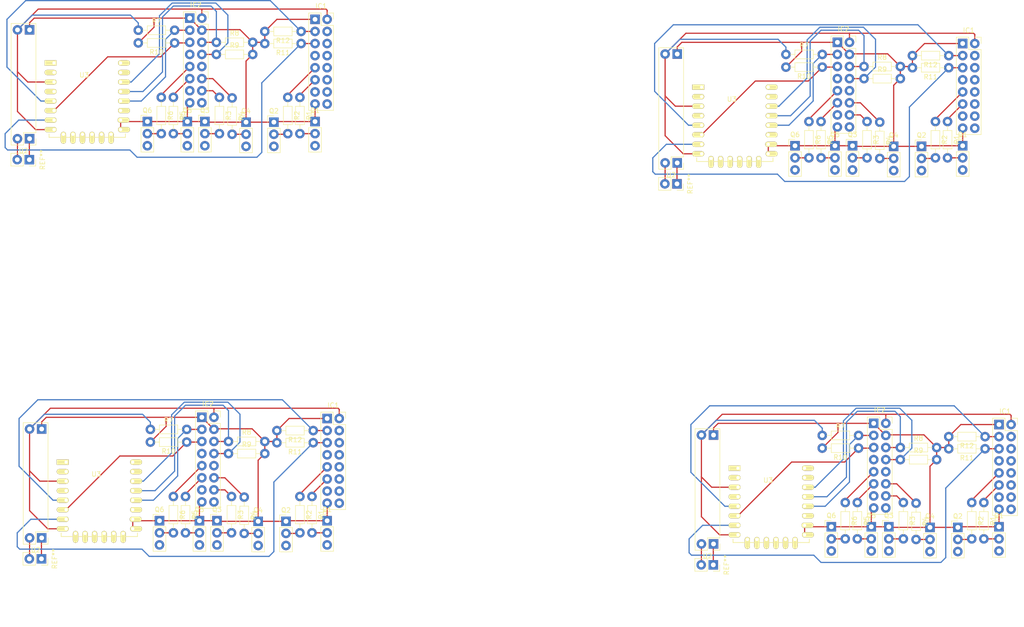
<source format=kicad_pcb>
(kicad_pcb (version 20171130) (host pcbnew "(5.0.1)-4")
  (layers (0 F.Cu signal) (31 B.Cu signal) (34 B.Paste user) (35 F.Paste user) (36 B.SilkS user) (37 F.SilkS user) (38 B.Mask user) (39 F.Mask user) (44 Edge.Cuts user))
  (net 0 "")
  (net 1 "Net-(IC1-Pad2)")
  (net 2 "Net-(IC1-Pad3)")
  (net 3 "Net-(IC1-Pad4)")
  (net 4 "Net-(IC1-Pad5)")
  (net 5 "Net-(IC1-Pad6)")
  (net 6 "Net-(IC1-Pad7)")
  (net 7 "Net-(IC1-Pad9)")
  (net 8 "Net-(IC1-Pad10)")
  (net 9 "Net-(IC1-Pad11)")
  (net 10 "Net-(IC1-Pad12)")
  (net 11 "Net-(IC1-Pad13)")
  (net 12 "Net-(IC1-Pad14)")
  (net 13 "Net-(IC1-Pad16)")
  (net 14 "Net-(Q1-Pad2)")
  (net 15 "Net-(Q2-Pad2)")
  (net 16 "Net-(Q3-Pad2)")
  (net 17 "Net-(Q4-Pad2)")
  (net 18 GND)
  (net 19 "Net-(IC1-Pad1)")
  (net 20 "Net-(IC2-Pad14)")
  (net 21 "Net-(IC2-Pad2)")
  (net 22 "Net-(IC2-Pad13)")
  (net 23 "Net-(IC2-Pad3)")
  (net 24 "Net-(IC2-Pad12)")
  (net 25 "Net-(IC2-Pad4)")
  (net 26 "Net-(IC2-Pad11)")
  (net 27 "Net-(IC2-Pad5)")
  (net 28 "Net-(IC2-Pad10)")
  (net 29 "Net-(IC2-Pad6)")
  (net 30 "Net-(IC2-Pad9)")
  (net 31 "Net-(IC2-Pad7)")
  (net 32 "Net-(Q1-Pad3)")
  (net 33 "Net-(Q2-Pad3)")
  (net 34 "Net-(Q3-Pad3)")
  (net 35 "Net-(Q4-Pad3)")
  (net 36 "Net-(Q5-Pad3)")
  (net 37 "Net-(Q5-Pad2)")
  (net 38 "Net-(Q6-Pad2)")
  (net 39 "Net-(Q6-Pad3)")
  (net 40 "Net-(U3-Pad1)")
  (net 41 "Net-(U3-Pad2)")
  (net 42 "Net-(U3-Pad4)")
  (net 43 "Net-(U3-Pad17)")
  (net 44 "Net-(U3-Pad21)")
  (net 45 "Net-(U3-Pad22)")
  (net 46 "Net-(U3-Pad9)")
  (net 47 "Net-(U3-Pad10)")
  (net 48 "Net-(U3-Pad11)")
  (net 49 "Net-(U3-Pad12)")
  (net 50 "Net-(U3-Pad13)")
  (net 51 "Net-(U3-Pad14)")
  (module Connector_PinSocket_2.54mm:PinSocket_1x02_P2.54mm_Vertical (layer F.Cu) (at 182.626 138.43 270)
    (fp_text reference REF** (at 0 -2.77 270) (layer F.SilkS))
    (fp_text value PinSocket_1x02_P2.54mm_Vertical)
    (pad 1 thru_hole rect (at 0 0 270) (size 2 2) (drill 1) (layers *.Cu *.Mask))
    (pad 2 thru_hole oval (at 0 2.54 270) (size 2 2) (drill 1) (layers *.Cu *.Mask))
  )
  (module Connector_PinHeader_2.54mm:PinHeader_1x03_P2.54mm_Vertical (layer F.Cu) (at 233.934 130.556)
    (fp_text reference Q2 (at 0 -2.33) (layer F.SilkS))
    (fp_text value "S9014 C331")
    (pad 1 thru_hole rect (at 0 0) (size 2 2) (drill 1) (layers *.Cu *.Mask))
    (pad 2 thru_hole oval (at 0 2.54) (size 2 2) (drill 1) (layers *.Cu *.Mask))
    (pad 3 thru_hole oval (at 0 5.08) (size 2 2) (drill 1) (layers *.Cu *.Mask))
  )
  (module "Arduino Relay:5v to 3.3v" (layer F.Cu) (at 181.403001 122.602001 180)
    (fp_text reference U2 (at 0 -13.97) (layer F.SilkS))
    (fp_text value "5V to 3.3V")
    (pad 1 thru_hole rect (at -1.27 -11.43 180) (size 2 2) (drill 1) (layers *.Cu *.Mask))
    (pad 2 thru_hole circle (at 1.27 -11.43 180) (size 2 2) (drill 1) (layers *.Cu *.Mask))
    (pad 3 thru_hole circle (at 1.27 11.43 180) (size 2 2) (drill 1) (layers *.Cu *.Mask))
    (pad 1 thru_hole rect (at -1.27 11.43 180) (size 2 2) (drill 1) (layers *.Cu *.Mask))
  )
  (module Resistor_THT:R_Axial_DIN0204_L3.6mm_D1.6mm_P7.62mm_Horizontal (layer F.Cu) (at 213.106 113.919 180)
    (fp_text reference R10 (at 3.81 -1.92) (layer F.SilkS))
    (fp_text value 4k7)
    (pad 1 thru_hole circle (at 0 0 180) (size 2 2) (drill 1) (layers *.Cu *.Mask))
    (pad 2 thru_hole circle (at 7.62 0 180) (size 2 2) (drill 1) (layers *.Cu *.Mask))
  )
  (module Resistor_THT:R_Axial_DIN0204_L3.6mm_D1.6mm_P7.62mm_Horizontal (layer F.Cu) (at 239.649 114.046 180)
    (fp_text reference R11 (at 3.81 -1.92) (layer F.SilkS))
    (fp_text value 4k7)
    (pad 2 thru_hole circle (at 7.62 0 180) (size 2 2) (drill 1) (layers *.Cu *.Mask))
    (pad 1 thru_hole circle (at 0 0 180) (size 2 2) (drill 1) (layers *.Cu *.Mask))
  )
  (module Resistor_THT:R_Axial_DIN0204_L3.6mm_D1.6mm_P7.62mm_Horizontal (layer F.Cu) (at 239.649 111.506 180)
    (fp_text reference R12 (at 3.81 -1.92) (layer F.SilkS))
    (fp_text value 4k7)
    (pad 1 thru_hole circle (at 0 0 180) (size 2 2) (drill 1) (layers *.Cu *.Mask))
    (pad 2 thru_hole circle (at 7.62 0 180) (size 2 2) (drill 1) (layers *.Cu *.Mask))
  )
  (module Resistor_THT:R_Axial_DIN0204_L3.6mm_D1.6mm_P7.62mm_Horizontal (layer F.Cu) (at 221.869 116.332)
    (fp_text reference R9 (at 3.81 -1.92) (layer F.SilkS))
    (fp_text value 4k7)
    (pad 2 thru_hole circle (at 7.62 0) (size 2 2) (drill 1) (layers *.Cu *.Mask))
    (pad 1 thru_hole circle (at 0 0) (size 2 2) (drill 1) (layers *.Cu *.Mask))
  )
  (module Resistor_THT:R_Axial_DIN0204_L3.6mm_D1.6mm_P7.62mm_Horizontal (layer F.Cu) (at 221.869 113.792)
    (fp_text reference R8 (at 3.81 -1.92) (layer F.SilkS))
    (fp_text value 4k7)
    (pad 1 thru_hole circle (at 0 0) (size 2 2) (drill 1) (layers *.Cu *.Mask))
    (pad 2 thru_hole circle (at 7.62 0) (size 2 2) (drill 1) (layers *.Cu *.Mask))
  )
  (module Resistor_THT:R_Axial_DIN0204_L3.6mm_D1.6mm_P7.62mm_Horizontal (layer F.Cu) (at 236.855 125.349 270)
    (fp_text reference R2 (at 3.81 -1.92 90) (layer F.SilkS))
    (fp_text value 4k7)
    (pad 1 thru_hole circle (at 0 0 270) (size 2 2) (drill 1) (layers *.Cu *.Mask))
    (pad 2 thru_hole circle (at 7.62 0 270) (size 2 2) (drill 1) (layers *.Cu *.Mask))
  )
  (module Resistor_THT:R_Axial_DIN0204_L3.6mm_D1.6mm_P7.62mm_Horizontal (layer F.Cu) (at 205.486 111.252)
    (fp_text reference R7 (at 3.81 -1.92) (layer F.SilkS))
    (fp_text value 4k7)
    (pad 2 thru_hole circle (at 7.62 0) (size 2 2) (drill 1) (layers *.Cu *.Mask))
    (pad 1 thru_hole circle (at 0 0) (size 2 2) (drill 1) (layers *.Cu *.Mask))
  )
  (module Resistor_THT:R_Axial_DIN0204_L3.6mm_D1.6mm_P7.62mm_Horizontal (layer F.Cu) (at 239.395 125.349 270)
    (fp_text reference R1 (at 3.81 -1.92 90) (layer F.SilkS))
    (fp_text value 4k7)
    (pad 2 thru_hole circle (at 7.62 0 270) (size 2 2) (drill 1) (layers *.Cu *.Mask))
    (pad 1 thru_hole circle (at 0 0 270) (size 2 2) (drill 1) (layers *.Cu *.Mask))
  )
  (module Resistor_THT:R_Axial_DIN0204_L3.6mm_D1.6mm_P7.62mm_Horizontal (layer F.Cu) (at 210.312 125.349 270)
    (fp_text reference R6 (at 3.81 -1.92 90) (layer F.SilkS))
    (fp_text value 4k7)
    (pad 1 thru_hole circle (at 0 0 270) (size 2 2) (drill 1) (layers *.Cu *.Mask))
    (pad 2 thru_hole circle (at 7.62 0 270) (size 2 2) (drill 1) (layers *.Cu *.Mask))
  )
  (module Resistor_THT:R_Axial_DIN0204_L3.6mm_D1.6mm_P7.62mm_Horizontal (layer F.Cu) (at 222.504 125.349 270)
    (fp_text reference R3 (at 3.81 -1.92 90) (layer F.SilkS))
    (fp_text value 4k7)
    (pad 2 thru_hole circle (at 7.62 0 270) (size 2 2) (drill 1) (layers *.Cu *.Mask))
    (pad 1 thru_hole circle (at 0 0 270) (size 2 2) (drill 1) (layers *.Cu *.Mask))
  )
  (module Connector_PinHeader_2.54mm:PinHeader_1x03_P2.54mm_Vertical (layer F.Cu) (at 207.391 130.429)
    (fp_text reference Q6 (at 0 -2.33) (layer F.SilkS))
    (fp_text value "S9014 C331")
    (pad 1 thru_hole rect (at 0 0) (size 2 2) (drill 1) (layers *.Cu *.Mask))
    (pad 2 thru_hole oval (at 0 2.54) (size 2 2) (drill 1) (layers *.Cu *.Mask))
    (pad 3 thru_hole oval (at 0 5.08) (size 2 2) (drill 1) (layers *.Cu *.Mask))
  )
  (module Resistor_THT:R_Axial_DIN0204_L3.6mm_D1.6mm_P7.62mm_Horizontal (layer F.Cu) (at 212.852 125.349 270)
    (fp_text reference R5 (at 3.81 -1.92 90) (layer F.SilkS))
    (fp_text value 4k7)
    (pad 2 thru_hole circle (at 7.62 0 270) (size 2 2) (drill 1) (layers *.Cu *.Mask))
    (pad 1 thru_hole circle (at 0 0 270) (size 2 2) (drill 1) (layers *.Cu *.Mask))
  )
  (module Resistor_THT:R_Axial_DIN0204_L3.6mm_D1.6mm_P7.62mm_Horizontal (layer F.Cu) (at 225.171 125.476 270)
    (fp_text reference R4 (at 3.81 -1.92 90) (layer F.SilkS))
    (fp_text value 4k7)
    (pad 1 thru_hole circle (at 0 0 270) (size 2 2) (drill 1) (layers *.Cu *.Mask))
    (pad 2 thru_hole circle (at 7.62 0 270) (size 2 2) (drill 1) (layers *.Cu *.Mask))
  )
  (module ESP8266:ESP-12E (layer F.Cu) (at 187.783001 118.122001)
    (fp_text reference U3 (at 6.35 2.54) (layer F.SilkS))
    (fp_text value ESP-12E hide)
    (pad 1 thru_hole rect (at 0 0) (size 2.5 1.1) (drill 0.65 (offset -0.7 0)) (layers *.Cu *.Mask F.SilkS))
    (pad 2 thru_hole oval (at 0 2) (size 2.5 1.1) (drill 0.65 (offset -0.7 0)) (layers *.Cu *.Mask F.SilkS))
    (pad 3 thru_hole oval (at 0 4) (size 2.5 1.1) (drill 0.65 (offset -0.7 0)) (layers *.Cu *.Mask F.SilkS))
    (pad 4 thru_hole oval (at 0 6) (size 2.5 1.1) (drill 0.65 (offset -0.7 0)) (layers *.Cu *.Mask F.SilkS))
    (pad 5 thru_hole oval (at 0 8) (size 2.5 1.1) (drill 0.65 (offset -0.7 0)) (layers *.Cu *.Mask F.SilkS))
    (pad 6 thru_hole oval (at 0 10) (size 2.5 1.1) (drill 0.65 (offset -0.7 0)) (layers *.Cu *.Mask F.SilkS))
    (pad 7 thru_hole oval (at 0 12) (size 2.5 1.1) (drill 0.65 (offset -0.7 0)) (layers *.Cu *.Mask F.SilkS))
    (pad 8 thru_hole oval (at 0 14) (size 2.5 1.1) (drill 0.65 (offset -0.7 0)) (layers *.Cu *.Mask F.SilkS))
    (pad 15 thru_hole oval (at 14 14) (size 2.5 1.1) (drill 0.65 (offset 0.7 0)) (layers *.Cu *.Mask F.SilkS))
    (pad 16 thru_hole oval (at 14 12) (size 2.5 1.1) (drill 0.65 (offset 0.6 0)) (layers *.Cu *.Mask F.SilkS))
    (pad 17 thru_hole oval (at 14 10) (size 2.5 1.1) (drill 0.65 (offset 0.7 0)) (layers *.Cu *.Mask F.SilkS))
    (pad 18 thru_hole oval (at 14 8) (size 2.5 1.1) (drill 0.65 (offset 0.7 0)) (layers *.Cu *.Mask F.SilkS))
    (pad 19 thru_hole oval (at 14 6) (size 2.5 1.1) (drill 0.65 (offset 0.7 0)) (layers *.Cu *.Mask F.SilkS))
    (pad 20 thru_hole oval (at 14 4) (size 2.5 1.1) (drill 0.65 (offset 0.7 0)) (layers *.Cu *.Mask F.SilkS))
    (pad 21 thru_hole oval (at 14 2) (size 2.5 1.1) (drill 0.65 (offset 0.7 0)) (layers *.Cu *.Mask F.SilkS))
    (pad 22 thru_hole oval (at 14 0) (size 2.5 1.1) (drill 0.65 (offset 0.7 0)) (layers *.Cu *.Mask F.SilkS))
    (pad 9 thru_hole oval (at 1.99 15 90) (size 2.5 1.1) (drill 0.65 (offset -0.7 0)) (layers *.Cu *.Mask F.SilkS))
    (pad 10 thru_hole oval (at 3.99 15 90) (size 2.5 1.1) (drill 0.65 (offset -0.7 0)) (layers *.Cu *.Mask F.SilkS))
    (pad 11 thru_hole oval (at 5.99 15 90) (size 2.5 1.1) (drill 0.65 (offset -0.7 0)) (layers *.Cu *.Mask F.SilkS))
    (pad 12 thru_hole oval (at 7.99 15 90) (size 2.5 1.1) (drill 0.65 (offset -0.7 0)) (layers *.Cu *.Mask F.SilkS))
    (pad 13 thru_hole oval (at 9.99 15 90) (size 2.5 1.1) (drill 0.65 (offset -0.7 0)) (layers *.Cu *.Mask F.SilkS))
    (pad 14 thru_hole oval (at 11.99 15 90) (size 2.5 1.1) (drill 0.65 (offset -0.7 0)) (layers *.Cu *.Mask F.SilkS))
  )
  (module Connector_PinHeader_2.54mm:PinHeader_1x03_P2.54mm_Vertical (layer F.Cu) (at 215.773 130.429)
    (fp_text reference Q5 (at 0 -2.33) (layer F.SilkS))
    (fp_text value "S9014 C331")
    (pad 1 thru_hole rect (at 0 0) (size 2 2) (drill 1) (layers *.Cu *.Mask))
    (pad 2 thru_hole oval (at 0 2.54) (size 2 2) (drill 1) (layers *.Cu *.Mask))
    (pad 3 thru_hole oval (at 0 5.08) (size 2 2) (drill 1) (layers *.Cu *.Mask))
  )
  (module Connector_PinHeader_2.54mm:PinHeader_1x03_P2.54mm_Vertical (layer F.Cu) (at 228.092 130.556)
    (fp_text reference Q4 (at 0 -2.33) (layer F.SilkS))
    (fp_text value "S9014 C331")
    (pad 1 thru_hole rect (at 0 0) (size 2 2) (drill 1) (layers *.Cu *.Mask))
    (pad 2 thru_hole oval (at 0 2.54) (size 2 2) (drill 1) (layers *.Cu *.Mask))
    (pad 3 thru_hole oval (at 0 5.08) (size 2 2) (drill 1) (layers *.Cu *.Mask))
  )
  (module Connector_PinHeader_2.54mm:PinHeader_1x03_P2.54mm_Vertical (layer F.Cu) (at 219.456 130.429)
    (fp_text reference Q3 (at 0 -2.33) (layer F.SilkS))
    (fp_text value "S9014 C331")
    (pad 1 thru_hole rect (at 0 0) (size 2 2) (drill 1) (layers *.Cu *.Mask))
    (pad 2 thru_hole oval (at 0 2.54) (size 2 2) (drill 1) (layers *.Cu *.Mask))
    (pad 3 thru_hole oval (at 0 5.08) (size 2 2) (drill 1) (layers *.Cu *.Mask))
  )
  (module Connector_PinHeader_2.54mm:PinHeader_1x03_P2.54mm_Vertical (layer F.Cu) (at 242.57 130.429)
    (fp_text reference Q1 (at 0 -2.33) (layer F.SilkS))
    (fp_text value "S9014 C331")
    (pad 1 thru_hole rect (at 0 0) (size 2 2) (drill 1) (layers *.Cu *.Mask))
    (pad 2 thru_hole oval (at 0 2.54) (size 2 2) (drill 1) (layers *.Cu *.Mask))
    (pad 3 thru_hole oval (at 0 5.08) (size 2 2) (drill 1) (layers *.Cu *.Mask))
  )
  (module "Arduino Relay:CD4555BE" (layer F.Cu) (at 218.821 108.712)
    (fp_text reference IC2 (at -1.27 -2.77) (layer F.SilkS))
    (fp_text value CD4555BE)
    (pad 8 thru_hole circle (at -2.54 17.78) (size 2 2) (drill 1) (layers *.Cu *.Mask))
    (pad 7 thru_hole circle (at 0 17.78) (size 2 2) (drill 1) (layers *.Cu *.Mask))
    (pad 9 thru_hole circle (at -2.54 15.24) (size 2 2) (drill 1) (layers *.Cu *.Mask))
    (pad 6 thru_hole circle (at 0 15.24) (size 2 2) (drill 1) (layers *.Cu *.Mask))
    (pad 10 thru_hole circle (at -2.54 12.7) (size 2 2) (drill 1) (layers *.Cu *.Mask))
    (pad 5 thru_hole circle (at 0 12.7) (size 2 2) (drill 1) (layers *.Cu *.Mask))
    (pad 11 thru_hole circle (at -2.54 10.16) (size 2 2) (drill 1) (layers *.Cu *.Mask))
    (pad 4 thru_hole circle (at 0 10.16) (size 2 2) (drill 1) (layers *.Cu *.Mask))
    (pad 12 thru_hole circle (at -2.54 7.62) (size 2 2) (drill 1) (layers *.Cu *.Mask))
    (pad 3 thru_hole circle (at 0 7.62) (size 2 2) (drill 1) (layers *.Cu *.Mask))
    (pad 13 thru_hole circle (at -2.54 5.08) (size 2 2) (drill 1) (layers *.Cu *.Mask))
    (pad 2 thru_hole circle (at 0 5.08) (size 2 2) (drill 1) (layers *.Cu *.Mask))
    (pad 14 thru_hole circle (at -2.54 2.54) (size 2 2) (drill 1) (layers *.Cu *.Mask))
    (pad 1 thru_hole circle (at 0 2.54) (size 2 2) (drill 1) (layers *.Cu *.Mask))
    (pad 16 thru_hole circle (at 0 0) (size 2 2) (drill 1) (layers *.Cu *.Mask))
    (pad 15 thru_hole rect (at -2.54 0) (size 2 2) (drill 1) (layers *.Cu *.Mask))
  )
  (module "Arduino Relay:CD4555BE" (layer F.Cu) (at 245.11 108.966)
    (fp_text reference IC1 (at -1.27 -2.77) (layer F.SilkS))
    (fp_text value CD4555BE)
    (pad 8 thru_hole circle (at -2.54 17.78) (size 2 2) (drill 1) (layers *.Cu *.Mask))
    (pad 7 thru_hole circle (at 0 17.78) (size 2 2) (drill 1) (layers *.Cu *.Mask))
    (pad 9 thru_hole circle (at -2.54 15.24) (size 2 2) (drill 1) (layers *.Cu *.Mask))
    (pad 6 thru_hole circle (at 0 15.24) (size 2 2) (drill 1) (layers *.Cu *.Mask))
    (pad 10 thru_hole circle (at -2.54 12.7) (size 2 2) (drill 1) (layers *.Cu *.Mask))
    (pad 5 thru_hole circle (at 0 12.7) (size 2 2) (drill 1) (layers *.Cu *.Mask))
    (pad 11 thru_hole circle (at -2.54 10.16) (size 2 2) (drill 1) (layers *.Cu *.Mask))
    (pad 4 thru_hole circle (at 0 10.16) (size 2 2) (drill 1) (layers *.Cu *.Mask))
    (pad 12 thru_hole circle (at -2.54 7.62) (size 2 2) (drill 1) (layers *.Cu *.Mask))
    (pad 3 thru_hole circle (at 0 7.62) (size 2 2) (drill 1) (layers *.Cu *.Mask))
    (pad 13 thru_hole circle (at -2.54 5.08) (size 2 2) (drill 1) (layers *.Cu *.Mask))
    (pad 2 thru_hole circle (at 0 5.08) (size 2 2) (drill 1) (layers *.Cu *.Mask))
    (pad 14 thru_hole circle (at -2.54 2.54) (size 2 2) (drill 1) (layers *.Cu *.Mask))
    (pad 1 thru_hole circle (at 0 2.54) (size 2 2) (drill 1) (layers *.Cu *.Mask))
    (pad 16 thru_hole circle (at 0 0) (size 2 2) (drill 1) (layers *.Cu *.Mask))
    (pad 15 thru_hole rect (at -2.54 0) (size 2 2) (drill 1) (layers *.Cu *.Mask))
  )
  (module Connector_PinSocket_2.54mm:PinSocket_1x02_P2.54mm_Vertical (layer F.Cu) (at 41.656 137.16 270)
    (fp_text reference REF** (at 0 -2.77 270) (layer F.SilkS))
    (fp_text value PinSocket_1x02_P2.54mm_Vertical)
    (pad 1 thru_hole rect (at 0 0 270) (size 2 2) (drill 1) (layers *.Cu *.Mask))
    (pad 2 thru_hole oval (at 0 2.54 270) (size 2 2) (drill 1) (layers *.Cu *.Mask))
  )
  (module Connector_PinHeader_2.54mm:PinHeader_1x03_P2.54mm_Vertical (layer F.Cu) (at 92.964 129.286)
    (fp_text reference Q2 (at 0 -2.33) (layer F.SilkS))
    (fp_text value "S9014 C331")
    (pad 1 thru_hole rect (at 0 0) (size 2 2) (drill 1) (layers *.Cu *.Mask))
    (pad 2 thru_hole oval (at 0 2.54) (size 2 2) (drill 1) (layers *.Cu *.Mask))
    (pad 3 thru_hole oval (at 0 5.08) (size 2 2) (drill 1) (layers *.Cu *.Mask))
  )
  (module "Arduino Relay:5v to 3.3v" (layer F.Cu) (at 40.433001 121.332001 180)
    (fp_text reference U2 (at 0 -13.97) (layer F.SilkS))
    (fp_text value "5V to 3.3V")
    (pad 1 thru_hole rect (at -1.27 -11.43 180) (size 2 2) (drill 1) (layers *.Cu *.Mask))
    (pad 2 thru_hole circle (at 1.27 -11.43 180) (size 2 2) (drill 1) (layers *.Cu *.Mask))
    (pad 3 thru_hole circle (at 1.27 11.43 180) (size 2 2) (drill 1) (layers *.Cu *.Mask))
    (pad 1 thru_hole rect (at -1.27 11.43 180) (size 2 2) (drill 1) (layers *.Cu *.Mask))
  )
  (module Resistor_THT:R_Axial_DIN0204_L3.6mm_D1.6mm_P7.62mm_Horizontal (layer F.Cu) (at 72.136 112.649 180)
    (fp_text reference R10 (at 3.81 -1.92) (layer F.SilkS))
    (fp_text value 4k7)
    (pad 1 thru_hole circle (at 0 0 180) (size 2 2) (drill 1) (layers *.Cu *.Mask))
    (pad 2 thru_hole circle (at 7.62 0 180) (size 2 2) (drill 1) (layers *.Cu *.Mask))
  )
  (module Resistor_THT:R_Axial_DIN0204_L3.6mm_D1.6mm_P7.62mm_Horizontal (layer F.Cu) (at 98.679 112.776 180)
    (fp_text reference R11 (at 3.81 -1.92) (layer F.SilkS))
    (fp_text value 4k7)
    (pad 2 thru_hole circle (at 7.62 0 180) (size 2 2) (drill 1) (layers *.Cu *.Mask))
    (pad 1 thru_hole circle (at 0 0 180) (size 2 2) (drill 1) (layers *.Cu *.Mask))
  )
  (module Resistor_THT:R_Axial_DIN0204_L3.6mm_D1.6mm_P7.62mm_Horizontal (layer F.Cu) (at 98.679 110.236 180)
    (fp_text reference R12 (at 3.81 -1.92) (layer F.SilkS))
    (fp_text value 4k7)
    (pad 1 thru_hole circle (at 0 0 180) (size 2 2) (drill 1) (layers *.Cu *.Mask))
    (pad 2 thru_hole circle (at 7.62 0 180) (size 2 2) (drill 1) (layers *.Cu *.Mask))
  )
  (module Resistor_THT:R_Axial_DIN0204_L3.6mm_D1.6mm_P7.62mm_Horizontal (layer F.Cu) (at 80.899 115.062)
    (fp_text reference R9 (at 3.81 -1.92) (layer F.SilkS))
    (fp_text value 4k7)
    (pad 2 thru_hole circle (at 7.62 0) (size 2 2) (drill 1) (layers *.Cu *.Mask))
    (pad 1 thru_hole circle (at 0 0) (size 2 2) (drill 1) (layers *.Cu *.Mask))
  )
  (module Resistor_THT:R_Axial_DIN0204_L3.6mm_D1.6mm_P7.62mm_Horizontal (layer F.Cu) (at 80.899 112.522)
    (fp_text reference R8 (at 3.81 -1.92) (layer F.SilkS))
    (fp_text value 4k7)
    (pad 1 thru_hole circle (at 0 0) (size 2 2) (drill 1) (layers *.Cu *.Mask))
    (pad 2 thru_hole circle (at 7.62 0) (size 2 2) (drill 1) (layers *.Cu *.Mask))
  )
  (module Resistor_THT:R_Axial_DIN0204_L3.6mm_D1.6mm_P7.62mm_Horizontal (layer F.Cu) (at 95.885 124.079 270)
    (fp_text reference R2 (at 3.81 -1.92 90) (layer F.SilkS))
    (fp_text value 4k7)
    (pad 1 thru_hole circle (at 0 0 270) (size 2 2) (drill 1) (layers *.Cu *.Mask))
    (pad 2 thru_hole circle (at 7.62 0 270) (size 2 2) (drill 1) (layers *.Cu *.Mask))
  )
  (module Resistor_THT:R_Axial_DIN0204_L3.6mm_D1.6mm_P7.62mm_Horizontal (layer F.Cu) (at 64.516 109.982)
    (fp_text reference R7 (at 3.81 -1.92) (layer F.SilkS))
    (fp_text value 4k7)
    (pad 2 thru_hole circle (at 7.62 0) (size 2 2) (drill 1) (layers *.Cu *.Mask))
    (pad 1 thru_hole circle (at 0 0) (size 2 2) (drill 1) (layers *.Cu *.Mask))
  )
  (module Resistor_THT:R_Axial_DIN0204_L3.6mm_D1.6mm_P7.62mm_Horizontal (layer F.Cu) (at 98.425 124.079 270)
    (fp_text reference R1 (at 3.81 -1.92 90) (layer F.SilkS))
    (fp_text value 4k7)
    (pad 2 thru_hole circle (at 7.62 0 270) (size 2 2) (drill 1) (layers *.Cu *.Mask))
    (pad 1 thru_hole circle (at 0 0 270) (size 2 2) (drill 1) (layers *.Cu *.Mask))
  )
  (module Resistor_THT:R_Axial_DIN0204_L3.6mm_D1.6mm_P7.62mm_Horizontal (layer F.Cu) (at 69.342 124.079 270)
    (fp_text reference R6 (at 3.81 -1.92 90) (layer F.SilkS))
    (fp_text value 4k7)
    (pad 1 thru_hole circle (at 0 0 270) (size 2 2) (drill 1) (layers *.Cu *.Mask))
    (pad 2 thru_hole circle (at 7.62 0 270) (size 2 2) (drill 1) (layers *.Cu *.Mask))
  )
  (module Resistor_THT:R_Axial_DIN0204_L3.6mm_D1.6mm_P7.62mm_Horizontal (layer F.Cu) (at 81.534 124.079 270)
    (fp_text reference R3 (at 3.81 -1.92 90) (layer F.SilkS))
    (fp_text value 4k7)
    (pad 2 thru_hole circle (at 7.62 0 270) (size 2 2) (drill 1) (layers *.Cu *.Mask))
    (pad 1 thru_hole circle (at 0 0 270) (size 2 2) (drill 1) (layers *.Cu *.Mask))
  )
  (module Connector_PinHeader_2.54mm:PinHeader_1x03_P2.54mm_Vertical (layer F.Cu) (at 66.421 129.159)
    (fp_text reference Q6 (at 0 -2.33) (layer F.SilkS))
    (fp_text value "S9014 C331")
    (pad 1 thru_hole rect (at 0 0) (size 2 2) (drill 1) (layers *.Cu *.Mask))
    (pad 2 thru_hole oval (at 0 2.54) (size 2 2) (drill 1) (layers *.Cu *.Mask))
    (pad 3 thru_hole oval (at 0 5.08) (size 2 2) (drill 1) (layers *.Cu *.Mask))
  )
  (module Resistor_THT:R_Axial_DIN0204_L3.6mm_D1.6mm_P7.62mm_Horizontal (layer F.Cu) (at 71.882 124.079 270)
    (fp_text reference R5 (at 3.81 -1.92 90) (layer F.SilkS))
    (fp_text value 4k7)
    (pad 2 thru_hole circle (at 7.62 0 270) (size 2 2) (drill 1) (layers *.Cu *.Mask))
    (pad 1 thru_hole circle (at 0 0 270) (size 2 2) (drill 1) (layers *.Cu *.Mask))
  )
  (module Resistor_THT:R_Axial_DIN0204_L3.6mm_D1.6mm_P7.62mm_Horizontal (layer F.Cu) (at 84.201 124.206 270)
    (fp_text reference R4 (at 3.81 -1.92 90) (layer F.SilkS))
    (fp_text value 4k7)
    (pad 1 thru_hole circle (at 0 0 270) (size 2 2) (drill 1) (layers *.Cu *.Mask))
    (pad 2 thru_hole circle (at 7.62 0 270) (size 2 2) (drill 1) (layers *.Cu *.Mask))
  )
  (module ESP8266:ESP-12E (layer F.Cu) (at 46.813001 116.852001)
    (fp_text reference U3 (at 6.35 2.54) (layer F.SilkS))
    (fp_text value ESP-12E hide)
    (pad 1 thru_hole rect (at 0 0) (size 2.5 1.1) (drill 0.65 (offset -0.7 0)) (layers *.Cu *.Mask F.SilkS))
    (pad 2 thru_hole oval (at 0 2) (size 2.5 1.1) (drill 0.65 (offset -0.7 0)) (layers *.Cu *.Mask F.SilkS))
    (pad 3 thru_hole oval (at 0 4) (size 2.5 1.1) (drill 0.65 (offset -0.7 0)) (layers *.Cu *.Mask F.SilkS))
    (pad 4 thru_hole oval (at 0 6) (size 2.5 1.1) (drill 0.65 (offset -0.7 0)) (layers *.Cu *.Mask F.SilkS))
    (pad 5 thru_hole oval (at 0 8) (size 2.5 1.1) (drill 0.65 (offset -0.7 0)) (layers *.Cu *.Mask F.SilkS))
    (pad 6 thru_hole oval (at 0 10) (size 2.5 1.1) (drill 0.65 (offset -0.7 0)) (layers *.Cu *.Mask F.SilkS))
    (pad 7 thru_hole oval (at 0 12) (size 2.5 1.1) (drill 0.65 (offset -0.7 0)) (layers *.Cu *.Mask F.SilkS))
    (pad 8 thru_hole oval (at 0 14) (size 2.5 1.1) (drill 0.65 (offset -0.7 0)) (layers *.Cu *.Mask F.SilkS))
    (pad 15 thru_hole oval (at 14 14) (size 2.5 1.1) (drill 0.65 (offset 0.7 0)) (layers *.Cu *.Mask F.SilkS))
    (pad 16 thru_hole oval (at 14 12) (size 2.5 1.1) (drill 0.65 (offset 0.6 0)) (layers *.Cu *.Mask F.SilkS))
    (pad 17 thru_hole oval (at 14 10) (size 2.5 1.1) (drill 0.65 (offset 0.7 0)) (layers *.Cu *.Mask F.SilkS))
    (pad 18 thru_hole oval (at 14 8) (size 2.5 1.1) (drill 0.65 (offset 0.7 0)) (layers *.Cu *.Mask F.SilkS))
    (pad 19 thru_hole oval (at 14 6) (size 2.5 1.1) (drill 0.65 (offset 0.7 0)) (layers *.Cu *.Mask F.SilkS))
    (pad 20 thru_hole oval (at 14 4) (size 2.5 1.1) (drill 0.65 (offset 0.7 0)) (layers *.Cu *.Mask F.SilkS))
    (pad 21 thru_hole oval (at 14 2) (size 2.5 1.1) (drill 0.65 (offset 0.7 0)) (layers *.Cu *.Mask F.SilkS))
    (pad 22 thru_hole oval (at 14 0) (size 2.5 1.1) (drill 0.65 (offset 0.7 0)) (layers *.Cu *.Mask F.SilkS))
    (pad 9 thru_hole oval (at 1.99 15 90) (size 2.5 1.1) (drill 0.65 (offset -0.7 0)) (layers *.Cu *.Mask F.SilkS))
    (pad 10 thru_hole oval (at 3.99 15 90) (size 2.5 1.1) (drill 0.65 (offset -0.7 0)) (layers *.Cu *.Mask F.SilkS))
    (pad 11 thru_hole oval (at 5.99 15 90) (size 2.5 1.1) (drill 0.65 (offset -0.7 0)) (layers *.Cu *.Mask F.SilkS))
    (pad 12 thru_hole oval (at 7.99 15 90) (size 2.5 1.1) (drill 0.65 (offset -0.7 0)) (layers *.Cu *.Mask F.SilkS))
    (pad 13 thru_hole oval (at 9.99 15 90) (size 2.5 1.1) (drill 0.65 (offset -0.7 0)) (layers *.Cu *.Mask F.SilkS))
    (pad 14 thru_hole oval (at 11.99 15 90) (size 2.5 1.1) (drill 0.65 (offset -0.7 0)) (layers *.Cu *.Mask F.SilkS))
  )
  (module Connector_PinHeader_2.54mm:PinHeader_1x03_P2.54mm_Vertical (layer F.Cu) (at 74.803 129.159)
    (fp_text reference Q5 (at 0 -2.33) (layer F.SilkS))
    (fp_text value "S9014 C331")
    (pad 1 thru_hole rect (at 0 0) (size 2 2) (drill 1) (layers *.Cu *.Mask))
    (pad 2 thru_hole oval (at 0 2.54) (size 2 2) (drill 1) (layers *.Cu *.Mask))
    (pad 3 thru_hole oval (at 0 5.08) (size 2 2) (drill 1) (layers *.Cu *.Mask))
  )
  (module Connector_PinHeader_2.54mm:PinHeader_1x03_P2.54mm_Vertical (layer F.Cu) (at 87.122 129.286)
    (fp_text reference Q4 (at 0 -2.33) (layer F.SilkS))
    (fp_text value "S9014 C331")
    (pad 1 thru_hole rect (at 0 0) (size 2 2) (drill 1) (layers *.Cu *.Mask))
    (pad 2 thru_hole oval (at 0 2.54) (size 2 2) (drill 1) (layers *.Cu *.Mask))
    (pad 3 thru_hole oval (at 0 5.08) (size 2 2) (drill 1) (layers *.Cu *.Mask))
  )
  (module Connector_PinHeader_2.54mm:PinHeader_1x03_P2.54mm_Vertical (layer F.Cu) (at 78.486 129.159)
    (fp_text reference Q3 (at 0 -2.33) (layer F.SilkS))
    (fp_text value "S9014 C331")
    (pad 1 thru_hole rect (at 0 0) (size 2 2) (drill 1) (layers *.Cu *.Mask))
    (pad 2 thru_hole oval (at 0 2.54) (size 2 2) (drill 1) (layers *.Cu *.Mask))
    (pad 3 thru_hole oval (at 0 5.08) (size 2 2) (drill 1) (layers *.Cu *.Mask))
  )
  (module Connector_PinHeader_2.54mm:PinHeader_1x03_P2.54mm_Vertical (layer F.Cu) (at 101.6 129.159)
    (fp_text reference Q1 (at 0 -2.33) (layer F.SilkS))
    (fp_text value "S9014 C331")
    (pad 1 thru_hole rect (at 0 0) (size 2 2) (drill 1) (layers *.Cu *.Mask))
    (pad 2 thru_hole oval (at 0 2.54) (size 2 2) (drill 1) (layers *.Cu *.Mask))
    (pad 3 thru_hole oval (at 0 5.08) (size 2 2) (drill 1) (layers *.Cu *.Mask))
  )
  (module "Arduino Relay:CD4555BE" (layer F.Cu) (at 77.851 107.442)
    (fp_text reference IC2 (at -1.27 -2.77) (layer F.SilkS))
    (fp_text value CD4555BE)
    (pad 8 thru_hole circle (at -2.54 17.78) (size 2 2) (drill 1) (layers *.Cu *.Mask))
    (pad 7 thru_hole circle (at 0 17.78) (size 2 2) (drill 1) (layers *.Cu *.Mask))
    (pad 9 thru_hole circle (at -2.54 15.24) (size 2 2) (drill 1) (layers *.Cu *.Mask))
    (pad 6 thru_hole circle (at 0 15.24) (size 2 2) (drill 1) (layers *.Cu *.Mask))
    (pad 10 thru_hole circle (at -2.54 12.7) (size 2 2) (drill 1) (layers *.Cu *.Mask))
    (pad 5 thru_hole circle (at 0 12.7) (size 2 2) (drill 1) (layers *.Cu *.Mask))
    (pad 11 thru_hole circle (at -2.54 10.16) (size 2 2) (drill 1) (layers *.Cu *.Mask))
    (pad 4 thru_hole circle (at 0 10.16) (size 2 2) (drill 1) (layers *.Cu *.Mask))
    (pad 12 thru_hole circle (at -2.54 7.62) (size 2 2) (drill 1) (layers *.Cu *.Mask))
    (pad 3 thru_hole circle (at 0 7.62) (size 2 2) (drill 1) (layers *.Cu *.Mask))
    (pad 13 thru_hole circle (at -2.54 5.08) (size 2 2) (drill 1) (layers *.Cu *.Mask))
    (pad 2 thru_hole circle (at 0 5.08) (size 2 2) (drill 1) (layers *.Cu *.Mask))
    (pad 14 thru_hole circle (at -2.54 2.54) (size 2 2) (drill 1) (layers *.Cu *.Mask))
    (pad 1 thru_hole circle (at 0 2.54) (size 2 2) (drill 1) (layers *.Cu *.Mask))
    (pad 16 thru_hole circle (at 0 0) (size 2 2) (drill 1) (layers *.Cu *.Mask))
    (pad 15 thru_hole rect (at -2.54 0) (size 2 2) (drill 1) (layers *.Cu *.Mask))
  )
  (module "Arduino Relay:CD4555BE" (layer F.Cu) (at 104.14 107.696)
    (fp_text reference IC1 (at -1.27 -2.77) (layer F.SilkS))
    (fp_text value CD4555BE)
    (pad 8 thru_hole circle (at -2.54 17.78) (size 2 2) (drill 1) (layers *.Cu *.Mask))
    (pad 7 thru_hole circle (at 0 17.78) (size 2 2) (drill 1) (layers *.Cu *.Mask))
    (pad 9 thru_hole circle (at -2.54 15.24) (size 2 2) (drill 1) (layers *.Cu *.Mask))
    (pad 6 thru_hole circle (at 0 15.24) (size 2 2) (drill 1) (layers *.Cu *.Mask))
    (pad 10 thru_hole circle (at -2.54 12.7) (size 2 2) (drill 1) (layers *.Cu *.Mask))
    (pad 5 thru_hole circle (at 0 12.7) (size 2 2) (drill 1) (layers *.Cu *.Mask))
    (pad 11 thru_hole circle (at -2.54 10.16) (size 2 2) (drill 1) (layers *.Cu *.Mask))
    (pad 4 thru_hole circle (at 0 10.16) (size 2 2) (drill 1) (layers *.Cu *.Mask))
    (pad 12 thru_hole circle (at -2.54 7.62) (size 2 2) (drill 1) (layers *.Cu *.Mask))
    (pad 3 thru_hole circle (at 0 7.62) (size 2 2) (drill 1) (layers *.Cu *.Mask))
    (pad 13 thru_hole circle (at -2.54 5.08) (size 2 2) (drill 1) (layers *.Cu *.Mask))
    (pad 2 thru_hole circle (at 0 5.08) (size 2 2) (drill 1) (layers *.Cu *.Mask))
    (pad 14 thru_hole circle (at -2.54 2.54) (size 2 2) (drill 1) (layers *.Cu *.Mask))
    (pad 1 thru_hole circle (at 0 2.54) (size 2 2) (drill 1) (layers *.Cu *.Mask))
    (pad 16 thru_hole circle (at 0 0) (size 2 2) (drill 1) (layers *.Cu *.Mask))
    (pad 15 thru_hole rect (at -2.54 0) (size 2 2) (drill 1) (layers *.Cu *.Mask))
  )
  (module Connector_PinSocket_2.54mm:PinSocket_1x02_P2.54mm_Vertical (layer F.Cu) (at 175.006 58.42 270)
    (fp_text reference REF** (at 0 -2.77 270) (layer F.SilkS))
    (fp_text value PinSocket_1x02_P2.54mm_Vertical)
    (pad 1 thru_hole rect (at 0 0 270) (size 2 2) (drill 1) (layers *.Cu *.Mask))
    (pad 2 thru_hole oval (at 0 2.54 270) (size 2 2) (drill 1) (layers *.Cu *.Mask))
  )
  (module Connector_PinHeader_2.54mm:PinHeader_1x03_P2.54mm_Vertical (layer F.Cu) (at 226.314 50.546)
    (fp_text reference Q2 (at 0 -2.33) (layer F.SilkS))
    (fp_text value "S9014 C331")
    (pad 1 thru_hole rect (at 0 0) (size 2 2) (drill 1) (layers *.Cu *.Mask))
    (pad 2 thru_hole oval (at 0 2.54) (size 2 2) (drill 1) (layers *.Cu *.Mask))
    (pad 3 thru_hole oval (at 0 5.08) (size 2 2) (drill 1) (layers *.Cu *.Mask))
  )
  (module "Arduino Relay:5v to 3.3v" (layer F.Cu) (at 173.783001 42.592001 180)
    (fp_text reference U2 (at 0 -13.97) (layer F.SilkS))
    (fp_text value "5V to 3.3V")
    (pad 1 thru_hole rect (at -1.27 -11.43 180) (size 2 2) (drill 1) (layers *.Cu *.Mask))
    (pad 2 thru_hole circle (at 1.27 -11.43 180) (size 2 2) (drill 1) (layers *.Cu *.Mask))
    (pad 3 thru_hole circle (at 1.27 11.43 180) (size 2 2) (drill 1) (layers *.Cu *.Mask))
    (pad 1 thru_hole rect (at -1.27 11.43 180) (size 2 2) (drill 1) (layers *.Cu *.Mask))
  )
  (module Resistor_THT:R_Axial_DIN0204_L3.6mm_D1.6mm_P7.62mm_Horizontal (layer F.Cu) (at 205.486 33.909 180)
    (fp_text reference R10 (at 3.81 -1.92) (layer F.SilkS))
    (fp_text value 4k7)
    (pad 1 thru_hole circle (at 0 0 180) (size 2 2) (drill 1) (layers *.Cu *.Mask))
    (pad 2 thru_hole circle (at 7.62 0 180) (size 2 2) (drill 1) (layers *.Cu *.Mask))
  )
  (module Resistor_THT:R_Axial_DIN0204_L3.6mm_D1.6mm_P7.62mm_Horizontal (layer F.Cu) (at 232.029 34.036 180)
    (fp_text reference R11 (at 3.81 -1.92) (layer F.SilkS))
    (fp_text value 4k7)
    (pad 2 thru_hole circle (at 7.62 0 180) (size 2 2) (drill 1) (layers *.Cu *.Mask))
    (pad 1 thru_hole circle (at 0 0 180) (size 2 2) (drill 1) (layers *.Cu *.Mask))
  )
  (module Resistor_THT:R_Axial_DIN0204_L3.6mm_D1.6mm_P7.62mm_Horizontal (layer F.Cu) (at 232.029 31.496 180)
    (fp_text reference R12 (at 3.81 -1.92) (layer F.SilkS))
    (fp_text value 4k7)
    (pad 1 thru_hole circle (at 0 0 180) (size 2 2) (drill 1) (layers *.Cu *.Mask))
    (pad 2 thru_hole circle (at 7.62 0 180) (size 2 2) (drill 1) (layers *.Cu *.Mask))
  )
  (module Resistor_THT:R_Axial_DIN0204_L3.6mm_D1.6mm_P7.62mm_Horizontal (layer F.Cu) (at 214.249 36.322)
    (fp_text reference R9 (at 3.81 -1.92) (layer F.SilkS))
    (fp_text value 4k7)
    (pad 2 thru_hole circle (at 7.62 0) (size 2 2) (drill 1) (layers *.Cu *.Mask))
    (pad 1 thru_hole circle (at 0 0) (size 2 2) (drill 1) (layers *.Cu *.Mask))
  )
  (module Resistor_THT:R_Axial_DIN0204_L3.6mm_D1.6mm_P7.62mm_Horizontal (layer F.Cu) (at 214.249 33.782)
    (fp_text reference R8 (at 3.81 -1.92) (layer F.SilkS))
    (fp_text value 4k7)
    (pad 1 thru_hole circle (at 0 0) (size 2 2) (drill 1) (layers *.Cu *.Mask))
    (pad 2 thru_hole circle (at 7.62 0) (size 2 2) (drill 1) (layers *.Cu *.Mask))
  )
  (module Resistor_THT:R_Axial_DIN0204_L3.6mm_D1.6mm_P7.62mm_Horizontal (layer F.Cu) (at 229.235 45.339 270)
    (fp_text reference R2 (at 3.81 -1.92 90) (layer F.SilkS))
    (fp_text value 4k7)
    (pad 1 thru_hole circle (at 0 0 270) (size 2 2) (drill 1) (layers *.Cu *.Mask))
    (pad 2 thru_hole circle (at 7.62 0 270) (size 2 2) (drill 1) (layers *.Cu *.Mask))
  )
  (module Resistor_THT:R_Axial_DIN0204_L3.6mm_D1.6mm_P7.62mm_Horizontal (layer F.Cu) (at 197.866 31.242)
    (fp_text reference R7 (at 3.81 -1.92) (layer F.SilkS))
    (fp_text value 4k7)
    (pad 2 thru_hole circle (at 7.62 0) (size 2 2) (drill 1) (layers *.Cu *.Mask))
    (pad 1 thru_hole circle (at 0 0) (size 2 2) (drill 1) (layers *.Cu *.Mask))
  )
  (module Resistor_THT:R_Axial_DIN0204_L3.6mm_D1.6mm_P7.62mm_Horizontal (layer F.Cu) (at 231.775 45.339 270)
    (fp_text reference R1 (at 3.81 -1.92 90) (layer F.SilkS))
    (fp_text value 4k7)
    (pad 2 thru_hole circle (at 7.62 0 270) (size 2 2) (drill 1) (layers *.Cu *.Mask))
    (pad 1 thru_hole circle (at 0 0 270) (size 2 2) (drill 1) (layers *.Cu *.Mask))
  )
  (module Resistor_THT:R_Axial_DIN0204_L3.6mm_D1.6mm_P7.62mm_Horizontal (layer F.Cu) (at 202.692 45.339 270)
    (fp_text reference R6 (at 3.81 -1.92 90) (layer F.SilkS))
    (fp_text value 4k7)
    (pad 1 thru_hole circle (at 0 0 270) (size 2 2) (drill 1) (layers *.Cu *.Mask))
    (pad 2 thru_hole circle (at 7.62 0 270) (size 2 2) (drill 1) (layers *.Cu *.Mask))
  )
  (module Resistor_THT:R_Axial_DIN0204_L3.6mm_D1.6mm_P7.62mm_Horizontal (layer F.Cu) (at 214.884 45.339 270)
    (fp_text reference R3 (at 3.81 -1.92 90) (layer F.SilkS))
    (fp_text value 4k7)
    (pad 2 thru_hole circle (at 7.62 0 270) (size 2 2) (drill 1) (layers *.Cu *.Mask))
    (pad 1 thru_hole circle (at 0 0 270) (size 2 2) (drill 1) (layers *.Cu *.Mask))
  )
  (module Connector_PinHeader_2.54mm:PinHeader_1x03_P2.54mm_Vertical (layer F.Cu) (at 199.771 50.419)
    (fp_text reference Q6 (at 0 -2.33) (layer F.SilkS))
    (fp_text value "S9014 C331")
    (pad 1 thru_hole rect (at 0 0) (size 2 2) (drill 1) (layers *.Cu *.Mask))
    (pad 2 thru_hole oval (at 0 2.54) (size 2 2) (drill 1) (layers *.Cu *.Mask))
    (pad 3 thru_hole oval (at 0 5.08) (size 2 2) (drill 1) (layers *.Cu *.Mask))
  )
  (module Resistor_THT:R_Axial_DIN0204_L3.6mm_D1.6mm_P7.62mm_Horizontal (layer F.Cu) (at 205.232 45.339 270)
    (fp_text reference R5 (at 3.81 -1.92 90) (layer F.SilkS))
    (fp_text value 4k7)
    (pad 2 thru_hole circle (at 7.62 0 270) (size 2 2) (drill 1) (layers *.Cu *.Mask))
    (pad 1 thru_hole circle (at 0 0 270) (size 2 2) (drill 1) (layers *.Cu *.Mask))
  )
  (module Resistor_THT:R_Axial_DIN0204_L3.6mm_D1.6mm_P7.62mm_Horizontal (layer F.Cu) (at 217.551 45.466 270)
    (fp_text reference R4 (at 3.81 -1.92 90) (layer F.SilkS))
    (fp_text value 4k7)
    (pad 1 thru_hole circle (at 0 0 270) (size 2 2) (drill 1) (layers *.Cu *.Mask))
    (pad 2 thru_hole circle (at 7.62 0 270) (size 2 2) (drill 1) (layers *.Cu *.Mask))
  )
  (module ESP8266:ESP-12E (layer F.Cu) (at 180.163001 38.112001)
    (fp_text reference U3 (at 6.35 2.54) (layer F.SilkS))
    (fp_text value ESP-12E hide)
    (pad 1 thru_hole rect (at 0 0) (size 2.5 1.1) (drill 0.65 (offset -0.7 0)) (layers *.Cu *.Mask F.SilkS))
    (pad 2 thru_hole oval (at 0 2) (size 2.5 1.1) (drill 0.65 (offset -0.7 0)) (layers *.Cu *.Mask F.SilkS))
    (pad 3 thru_hole oval (at 0 4) (size 2.5 1.1) (drill 0.65 (offset -0.7 0)) (layers *.Cu *.Mask F.SilkS))
    (pad 4 thru_hole oval (at 0 6) (size 2.5 1.1) (drill 0.65 (offset -0.7 0)) (layers *.Cu *.Mask F.SilkS))
    (pad 5 thru_hole oval (at 0 8) (size 2.5 1.1) (drill 0.65 (offset -0.7 0)) (layers *.Cu *.Mask F.SilkS))
    (pad 6 thru_hole oval (at 0 10) (size 2.5 1.1) (drill 0.65 (offset -0.7 0)) (layers *.Cu *.Mask F.SilkS))
    (pad 7 thru_hole oval (at 0 12) (size 2.5 1.1) (drill 0.65 (offset -0.7 0)) (layers *.Cu *.Mask F.SilkS))
    (pad 8 thru_hole oval (at 0 14) (size 2.5 1.1) (drill 0.65 (offset -0.7 0)) (layers *.Cu *.Mask F.SilkS))
    (pad 15 thru_hole oval (at 14 14) (size 2.5 1.1) (drill 0.65 (offset 0.7 0)) (layers *.Cu *.Mask F.SilkS))
    (pad 16 thru_hole oval (at 14 12) (size 2.5 1.1) (drill 0.65 (offset 0.6 0)) (layers *.Cu *.Mask F.SilkS))
    (pad 17 thru_hole oval (at 14 10) (size 2.5 1.1) (drill 0.65 (offset 0.7 0)) (layers *.Cu *.Mask F.SilkS))
    (pad 18 thru_hole oval (at 14 8) (size 2.5 1.1) (drill 0.65 (offset 0.7 0)) (layers *.Cu *.Mask F.SilkS))
    (pad 19 thru_hole oval (at 14 6) (size 2.5 1.1) (drill 0.65 (offset 0.7 0)) (layers *.Cu *.Mask F.SilkS))
    (pad 20 thru_hole oval (at 14 4) (size 2.5 1.1) (drill 0.65 (offset 0.7 0)) (layers *.Cu *.Mask F.SilkS))
    (pad 21 thru_hole oval (at 14 2) (size 2.5 1.1) (drill 0.65 (offset 0.7 0)) (layers *.Cu *.Mask F.SilkS))
    (pad 22 thru_hole oval (at 14 0) (size 2.5 1.1) (drill 0.65 (offset 0.7 0)) (layers *.Cu *.Mask F.SilkS))
    (pad 9 thru_hole oval (at 1.99 15 90) (size 2.5 1.1) (drill 0.65 (offset -0.7 0)) (layers *.Cu *.Mask F.SilkS))
    (pad 10 thru_hole oval (at 3.99 15 90) (size 2.5 1.1) (drill 0.65 (offset -0.7 0)) (layers *.Cu *.Mask F.SilkS))
    (pad 11 thru_hole oval (at 5.99 15 90) (size 2.5 1.1) (drill 0.65 (offset -0.7 0)) (layers *.Cu *.Mask F.SilkS))
    (pad 12 thru_hole oval (at 7.99 15 90) (size 2.5 1.1) (drill 0.65 (offset -0.7 0)) (layers *.Cu *.Mask F.SilkS))
    (pad 13 thru_hole oval (at 9.99 15 90) (size 2.5 1.1) (drill 0.65 (offset -0.7 0)) (layers *.Cu *.Mask F.SilkS))
    (pad 14 thru_hole oval (at 11.99 15 90) (size 2.5 1.1) (drill 0.65 (offset -0.7 0)) (layers *.Cu *.Mask F.SilkS))
  )
  (module Connector_PinHeader_2.54mm:PinHeader_1x03_P2.54mm_Vertical (layer F.Cu) (at 208.153 50.419)
    (fp_text reference Q5 (at 0 -2.33) (layer F.SilkS))
    (fp_text value "S9014 C331")
    (pad 1 thru_hole rect (at 0 0) (size 2 2) (drill 1) (layers *.Cu *.Mask))
    (pad 2 thru_hole oval (at 0 2.54) (size 2 2) (drill 1) (layers *.Cu *.Mask))
    (pad 3 thru_hole oval (at 0 5.08) (size 2 2) (drill 1) (layers *.Cu *.Mask))
  )
  (module Connector_PinHeader_2.54mm:PinHeader_1x03_P2.54mm_Vertical (layer F.Cu) (at 220.472 50.546)
    (fp_text reference Q4 (at 0 -2.33) (layer F.SilkS))
    (fp_text value "S9014 C331")
    (pad 1 thru_hole rect (at 0 0) (size 2 2) (drill 1) (layers *.Cu *.Mask))
    (pad 2 thru_hole oval (at 0 2.54) (size 2 2) (drill 1) (layers *.Cu *.Mask))
    (pad 3 thru_hole oval (at 0 5.08) (size 2 2) (drill 1) (layers *.Cu *.Mask))
  )
  (module Connector_PinHeader_2.54mm:PinHeader_1x03_P2.54mm_Vertical (layer F.Cu) (at 211.836 50.419)
    (fp_text reference Q3 (at 0 -2.33) (layer F.SilkS))
    (fp_text value "S9014 C331")
    (pad 1 thru_hole rect (at 0 0) (size 2 2) (drill 1) (layers *.Cu *.Mask))
    (pad 2 thru_hole oval (at 0 2.54) (size 2 2) (drill 1) (layers *.Cu *.Mask))
    (pad 3 thru_hole oval (at 0 5.08) (size 2 2) (drill 1) (layers *.Cu *.Mask))
  )
  (module Connector_PinHeader_2.54mm:PinHeader_1x03_P2.54mm_Vertical (layer F.Cu) (at 234.95 50.419)
    (fp_text reference Q1 (at 0 -2.33) (layer F.SilkS))
    (fp_text value "S9014 C331")
    (pad 1 thru_hole rect (at 0 0) (size 2 2) (drill 1) (layers *.Cu *.Mask))
    (pad 2 thru_hole oval (at 0 2.54) (size 2 2) (drill 1) (layers *.Cu *.Mask))
    (pad 3 thru_hole oval (at 0 5.08) (size 2 2) (drill 1) (layers *.Cu *.Mask))
  )
  (module "Arduino Relay:CD4555BE" (layer F.Cu) (at 211.201 28.702)
    (fp_text reference IC2 (at -1.27 -2.77) (layer F.SilkS))
    (fp_text value CD4555BE)
    (pad 8 thru_hole circle (at -2.54 17.78) (size 2 2) (drill 1) (layers *.Cu *.Mask))
    (pad 7 thru_hole circle (at 0 17.78) (size 2 2) (drill 1) (layers *.Cu *.Mask))
    (pad 9 thru_hole circle (at -2.54 15.24) (size 2 2) (drill 1) (layers *.Cu *.Mask))
    (pad 6 thru_hole circle (at 0 15.24) (size 2 2) (drill 1) (layers *.Cu *.Mask))
    (pad 10 thru_hole circle (at -2.54 12.7) (size 2 2) (drill 1) (layers *.Cu *.Mask))
    (pad 5 thru_hole circle (at 0 12.7) (size 2 2) (drill 1) (layers *.Cu *.Mask))
    (pad 11 thru_hole circle (at -2.54 10.16) (size 2 2) (drill 1) (layers *.Cu *.Mask))
    (pad 4 thru_hole circle (at 0 10.16) (size 2 2) (drill 1) (layers *.Cu *.Mask))
    (pad 12 thru_hole circle (at -2.54 7.62) (size 2 2) (drill 1) (layers *.Cu *.Mask))
    (pad 3 thru_hole circle (at 0 7.62) (size 2 2) (drill 1) (layers *.Cu *.Mask))
    (pad 13 thru_hole circle (at -2.54 5.08) (size 2 2) (drill 1) (layers *.Cu *.Mask))
    (pad 2 thru_hole circle (at 0 5.08) (size 2 2) (drill 1) (layers *.Cu *.Mask))
    (pad 14 thru_hole circle (at -2.54 2.54) (size 2 2) (drill 1) (layers *.Cu *.Mask))
    (pad 1 thru_hole circle (at 0 2.54) (size 2 2) (drill 1) (layers *.Cu *.Mask))
    (pad 16 thru_hole circle (at 0 0) (size 2 2) (drill 1) (layers *.Cu *.Mask))
    (pad 15 thru_hole rect (at -2.54 0) (size 2 2) (drill 1) (layers *.Cu *.Mask))
  )
  (module "Arduino Relay:CD4555BE" (layer F.Cu) (at 237.49 28.956)
    (fp_text reference IC1 (at -1.27 -2.77) (layer F.SilkS))
    (fp_text value CD4555BE)
    (pad 8 thru_hole circle (at -2.54 17.78) (size 2 2) (drill 1) (layers *.Cu *.Mask))
    (pad 7 thru_hole circle (at 0 17.78) (size 2 2) (drill 1) (layers *.Cu *.Mask))
    (pad 9 thru_hole circle (at -2.54 15.24) (size 2 2) (drill 1) (layers *.Cu *.Mask))
    (pad 6 thru_hole circle (at 0 15.24) (size 2 2) (drill 1) (layers *.Cu *.Mask))
    (pad 10 thru_hole circle (at -2.54 12.7) (size 2 2) (drill 1) (layers *.Cu *.Mask))
    (pad 5 thru_hole circle (at 0 12.7) (size 2 2) (drill 1) (layers *.Cu *.Mask))
    (pad 11 thru_hole circle (at -2.54 10.16) (size 2 2) (drill 1) (layers *.Cu *.Mask))
    (pad 4 thru_hole circle (at 0 10.16) (size 2 2) (drill 1) (layers *.Cu *.Mask))
    (pad 12 thru_hole circle (at -2.54 7.62) (size 2 2) (drill 1) (layers *.Cu *.Mask))
    (pad 3 thru_hole circle (at 0 7.62) (size 2 2) (drill 1) (layers *.Cu *.Mask))
    (pad 13 thru_hole circle (at -2.54 5.08) (size 2 2) (drill 1) (layers *.Cu *.Mask))
    (pad 2 thru_hole circle (at 0 5.08) (size 2 2) (drill 1) (layers *.Cu *.Mask))
    (pad 14 thru_hole circle (at -2.54 2.54) (size 2 2) (drill 1) (layers *.Cu *.Mask))
    (pad 1 thru_hole circle (at 0 2.54) (size 2 2) (drill 1) (layers *.Cu *.Mask))
    (pad 16 thru_hole circle (at 0 0) (size 2 2) (drill 1) (layers *.Cu *.Mask))
    (pad 15 thru_hole rect (at -2.54 0) (size 2 2) (drill 1) (layers *.Cu *.Mask))
  )
  (module Connector_PinSocket_2.54mm:PinSocket_1x02_P2.54mm_Vertical (layer F.Cu) (at 39.116 53.34 270)
    (fp_text reference REF** (at 0 -2.77 270) (layer F.SilkS))
    (fp_text value PinSocket_1x02_P2.54mm_Vertical)
    (pad 2 thru_hole oval (at 0 2.54 270) (size 2 2) (drill 1) (layers *.Cu *.Mask))
    (pad 1 thru_hole rect (at 0 0 270) (size 2 2) (drill 1) (layers *.Cu *.Mask))
  )
  (module "Arduino Relay:5v to 3.3v" (layer F.Cu) (at 37.893001 37.512001 180)
    (fp_text reference U2 (at 0 -13.97) (layer F.SilkS))
    (fp_text value "5V to 3.3V")
    (pad 1 thru_hole rect (at -1.27 11.43 180) (size 2 2) (drill 1) (layers *.Cu *.Mask) (net 18 GND))
    (pad 3 thru_hole circle (at 1.27 11.43 180) (size 2 2) (drill 1) (layers *.Cu *.Mask) (net 13 "Net-(IC1-Pad16)"))
    (pad 2 thru_hole circle (at 1.27 -11.43 180) (size 2 2) (drill 1) (layers *.Cu *.Mask))
    (pad 1 thru_hole rect (at -1.27 -11.43 180) (size 2 2) (drill 1) (layers *.Cu *.Mask))
  )
  (module "Arduino Relay:CD4555BE" (layer F.Cu) (at 101.6 23.876)
    (fp_text reference IC1 (at -1.27 -2.77) (layer F.SilkS))
    (fp_text value CD4555BE)
    (pad 15 thru_hole rect (at -2.54 0) (size 2 2) (drill 1) (layers *.Cu *.Mask) (net 18 GND))
    (pad 16 thru_hole circle (at 0 0) (size 2 2) (drill 1) (layers *.Cu *.Mask) (net 13 "Net-(IC1-Pad16)"))
    (pad 1 thru_hole circle (at 0 2.54) (size 2 2) (drill 1) (layers *.Cu *.Mask) (net 19 "Net-(IC1-Pad1)"))
    (pad 14 thru_hole circle (at -2.54 2.54) (size 2 2) (drill 1) (layers *.Cu *.Mask) (net 12 "Net-(IC1-Pad14)"))
    (pad 2 thru_hole circle (at 0 5.08) (size 2 2) (drill 1) (layers *.Cu *.Mask) (net 1 "Net-(IC1-Pad2)"))
    (pad 13 thru_hole circle (at -2.54 5.08) (size 2 2) (drill 1) (layers *.Cu *.Mask) (net 11 "Net-(IC1-Pad13)"))
    (pad 3 thru_hole circle (at 0 7.62) (size 2 2) (drill 1) (layers *.Cu *.Mask) (net 2 "Net-(IC1-Pad3)"))
    (pad 12 thru_hole circle (at -2.54 7.62) (size 2 2) (drill 1) (layers *.Cu *.Mask) (net 10 "Net-(IC1-Pad12)"))
    (pad 4 thru_hole circle (at 0 10.16) (size 2 2) (drill 1) (layers *.Cu *.Mask) (net 3 "Net-(IC1-Pad4)"))
    (pad 11 thru_hole circle (at -2.54 10.16) (size 2 2) (drill 1) (layers *.Cu *.Mask) (net 9 "Net-(IC1-Pad11)"))
    (pad 5 thru_hole circle (at 0 12.7) (size 2 2) (drill 1) (layers *.Cu *.Mask) (net 4 "Net-(IC1-Pad5)"))
    (pad 10 thru_hole circle (at -2.54 12.7) (size 2 2) (drill 1) (layers *.Cu *.Mask) (net 8 "Net-(IC1-Pad10)"))
    (pad 6 thru_hole circle (at 0 15.24) (size 2 2) (drill 1) (layers *.Cu *.Mask) (net 5 "Net-(IC1-Pad6)"))
    (pad 9 thru_hole circle (at -2.54 15.24) (size 2 2) (drill 1) (layers *.Cu *.Mask) (net 7 "Net-(IC1-Pad9)"))
    (pad 7 thru_hole circle (at 0 17.78) (size 2 2) (drill 1) (layers *.Cu *.Mask) (net 6 "Net-(IC1-Pad7)"))
    (pad 8 thru_hole circle (at -2.54 17.78) (size 2 2) (drill 1) (layers *.Cu *.Mask) (net 18 GND))
  )
  (module "Arduino Relay:CD4555BE" (layer F.Cu) (at 75.311 23.622)
    (fp_text reference IC2 (at -1.27 -2.77) (layer F.SilkS))
    (fp_text value CD4555BE)
    (pad 15 thru_hole rect (at -2.54 0) (size 2 2) (drill 1) (layers *.Cu *.Mask) (net 18 GND))
    (pad 16 thru_hole circle (at 0 0) (size 2 2) (drill 1) (layers *.Cu *.Mask) (net 13 "Net-(IC1-Pad16)"))
    (pad 1 thru_hole circle (at 0 2.54) (size 2 2) (drill 1) (layers *.Cu *.Mask) (net 18 GND))
    (pad 14 thru_hole circle (at -2.54 2.54) (size 2 2) (drill 1) (layers *.Cu *.Mask) (net 20 "Net-(IC2-Pad14)"))
    (pad 2 thru_hole circle (at 0 5.08) (size 2 2) (drill 1) (layers *.Cu *.Mask) (net 21 "Net-(IC2-Pad2)"))
    (pad 13 thru_hole circle (at -2.54 5.08) (size 2 2) (drill 1) (layers *.Cu *.Mask) (net 22 "Net-(IC2-Pad13)"))
    (pad 3 thru_hole circle (at 0 7.62) (size 2 2) (drill 1) (layers *.Cu *.Mask) (net 23 "Net-(IC2-Pad3)"))
    (pad 12 thru_hole circle (at -2.54 7.62) (size 2 2) (drill 1) (layers *.Cu *.Mask) (net 24 "Net-(IC2-Pad12)"))
    (pad 4 thru_hole circle (at 0 10.16) (size 2 2) (drill 1) (layers *.Cu *.Mask) (net 25 "Net-(IC2-Pad4)"))
    (pad 11 thru_hole circle (at -2.54 10.16) (size 2 2) (drill 1) (layers *.Cu *.Mask) (net 26 "Net-(IC2-Pad11)"))
    (pad 5 thru_hole circle (at 0 12.7) (size 2 2) (drill 1) (layers *.Cu *.Mask) (net 27 "Net-(IC2-Pad5)"))
    (pad 10 thru_hole circle (at -2.54 12.7) (size 2 2) (drill 1) (layers *.Cu *.Mask) (net 28 "Net-(IC2-Pad10)"))
    (pad 6 thru_hole circle (at 0 15.24) (size 2 2) (drill 1) (layers *.Cu *.Mask) (net 29 "Net-(IC2-Pad6)"))
    (pad 9 thru_hole circle (at -2.54 15.24) (size 2 2) (drill 1) (layers *.Cu *.Mask) (net 30 "Net-(IC2-Pad9)"))
    (pad 7 thru_hole circle (at 0 17.78) (size 2 2) (drill 1) (layers *.Cu *.Mask) (net 31 "Net-(IC2-Pad7)"))
    (pad 8 thru_hole circle (at -2.54 17.78) (size 2 2) (drill 1) (layers *.Cu *.Mask) (net 18 GND))
  )
  (module Connector_PinHeader_2.54mm:PinHeader_1x03_P2.54mm_Vertical (layer F.Cu) (at 99.06 45.339)
    (fp_text reference Q1 (at 0 -2.33) (layer F.SilkS))
    (fp_text value "S9014 C331")
    (pad 3 thru_hole oval (at 0 5.08) (size 2 2) (drill 1) (layers *.Cu *.Mask) (net 32 "Net-(Q1-Pad3)"))
    (pad 2 thru_hole oval (at 0 2.54) (size 2 2) (drill 1) (layers *.Cu *.Mask) (net 14 "Net-(Q1-Pad2)"))
    (pad 1 thru_hole rect (at 0 0) (size 2 2) (drill 1) (layers *.Cu *.Mask) (net 18 GND))
  )
  (module Connector_PinHeader_2.54mm:PinHeader_1x03_P2.54mm_Vertical (layer F.Cu) (at 90.424 45.466)
    (fp_text reference Q2 (at 0 -2.33) (layer F.SilkS))
    (fp_text value "S9014 C331")
    (pad 3 thru_hole oval (at 0 5.08) (size 2 2) (drill 1) (layers *.Cu *.Mask) (net 33 "Net-(Q2-Pad3)"))
    (pad 2 thru_hole oval (at 0 2.54) (size 2 2) (drill 1) (layers *.Cu *.Mask) (net 15 "Net-(Q2-Pad2)"))
    (pad 1 thru_hole rect (at 0 0) (size 2 2) (drill 1) (layers *.Cu *.Mask) (net 18 GND))
  )
  (module Connector_PinHeader_2.54mm:PinHeader_1x03_P2.54mm_Vertical (layer F.Cu) (at 75.946 45.339)
    (fp_text reference Q3 (at 0 -2.33) (layer F.SilkS))
    (fp_text value "S9014 C331")
    (pad 3 thru_hole oval (at 0 5.08) (size 2 2) (drill 1) (layers *.Cu *.Mask) (net 34 "Net-(Q3-Pad3)"))
    (pad 2 thru_hole oval (at 0 2.54) (size 2 2) (drill 1) (layers *.Cu *.Mask) (net 16 "Net-(Q3-Pad2)"))
    (pad 1 thru_hole rect (at 0 0) (size 2 2) (drill 1) (layers *.Cu *.Mask) (net 18 GND))
  )
  (module Connector_PinHeader_2.54mm:PinHeader_1x03_P2.54mm_Vertical (layer F.Cu) (at 84.582 45.466)
    (fp_text reference Q4 (at 0 -2.33) (layer F.SilkS))
    (fp_text value "S9014 C331")
    (pad 3 thru_hole oval (at 0 5.08) (size 2 2) (drill 1) (layers *.Cu *.Mask) (net 35 "Net-(Q4-Pad3)"))
    (pad 2 thru_hole oval (at 0 2.54) (size 2 2) (drill 1) (layers *.Cu *.Mask) (net 17 "Net-(Q4-Pad2)"))
    (pad 1 thru_hole rect (at 0 0) (size 2 2) (drill 1) (layers *.Cu *.Mask) (net 18 GND))
  )
  (module Connector_PinHeader_2.54mm:PinHeader_1x03_P2.54mm_Vertical (layer F.Cu) (at 72.263 45.339)
    (fp_text reference Q5 (at 0 -2.33) (layer F.SilkS))
    (fp_text value "S9014 C331")
    (pad 3 thru_hole oval (at 0 5.08) (size 2 2) (drill 1) (layers *.Cu *.Mask) (net 36 "Net-(Q5-Pad3)"))
    (pad 2 thru_hole oval (at 0 2.54) (size 2 2) (drill 1) (layers *.Cu *.Mask) (net 37 "Net-(Q5-Pad2)"))
    (pad 1 thru_hole rect (at 0 0) (size 2 2) (drill 1) (layers *.Cu *.Mask) (net 18 GND))
  )
  (module Connector_PinHeader_2.54mm:PinHeader_1x03_P2.54mm_Vertical (layer F.Cu) (at 63.881 45.339)
    (fp_text reference Q6 (at 0 -2.33) (layer F.SilkS))
    (fp_text value "S9014 C331")
    (pad 3 thru_hole oval (at 0 5.08) (size 2 2) (drill 1) (layers *.Cu *.Mask) (net 39 "Net-(Q6-Pad3)"))
    (pad 2 thru_hole oval (at 0 2.54) (size 2 2) (drill 1) (layers *.Cu *.Mask) (net 38 "Net-(Q6-Pad2)"))
    (pad 1 thru_hole rect (at 0 0) (size 2 2) (drill 1) (layers *.Cu *.Mask) (net 18 GND))
  )
  (module ESP8266:ESP-12E (layer F.Cu) (at 44.273001 33.032001)
    (fp_text reference U3 (at 6.35 2.54) (layer F.SilkS))
    (fp_text value ESP-12E hide)
    (pad 14 thru_hole oval (at 11.99 15 90) (size 2.5 1.1) (drill 0.65 (offset -0.7 0)) (layers *.Cu *.Mask F.SilkS) (net 51 "Net-(U3-Pad14)"))
    (pad 13 thru_hole oval (at 9.99 15 90) (size 2.5 1.1) (drill 0.65 (offset -0.7 0)) (layers *.Cu *.Mask F.SilkS) (net 50 "Net-(U3-Pad13)"))
    (pad 12 thru_hole oval (at 7.99 15 90) (size 2.5 1.1) (drill 0.65 (offset -0.7 0)) (layers *.Cu *.Mask F.SilkS) (net 49 "Net-(U3-Pad12)"))
    (pad 11 thru_hole oval (at 5.99 15 90) (size 2.5 1.1) (drill 0.65 (offset -0.7 0)) (layers *.Cu *.Mask F.SilkS) (net 48 "Net-(U3-Pad11)"))
    (pad 10 thru_hole oval (at 3.99 15 90) (size 2.5 1.1) (drill 0.65 (offset -0.7 0)) (layers *.Cu *.Mask F.SilkS) (net 47 "Net-(U3-Pad10)"))
    (pad 9 thru_hole oval (at 1.99 15 90) (size 2.5 1.1) (drill 0.65 (offset -0.7 0)) (layers *.Cu *.Mask F.SilkS) (net 46 "Net-(U3-Pad9)"))
    (pad 22 thru_hole oval (at 14 0) (size 2.5 1.1) (drill 0.65 (offset 0.7 0)) (layers *.Cu *.Mask F.SilkS) (net 45 "Net-(U3-Pad22)"))
    (pad 21 thru_hole oval (at 14 2) (size 2.5 1.1) (drill 0.65 (offset 0.7 0)) (layers *.Cu *.Mask F.SilkS) (net 44 "Net-(U3-Pad21)"))
    (pad 20 thru_hole oval (at 14 4) (size 2.5 1.1) (drill 0.65 (offset 0.7 0)) (layers *.Cu *.Mask F.SilkS) (net 23 "Net-(IC2-Pad3)"))
    (pad 19 thru_hole oval (at 14 6) (size 2.5 1.1) (drill 0.65 (offset 0.7 0)) (layers *.Cu *.Mask F.SilkS) (net 21 "Net-(IC2-Pad2)"))
    (pad 18 thru_hole oval (at 14 8) (size 2.5 1.1) (drill 0.65 (offset 0.7 0)) (layers *.Cu *.Mask F.SilkS) (net 20 "Net-(IC2-Pad14)"))
    (pad 17 thru_hole oval (at 14 10) (size 2.5 1.1) (drill 0.65 (offset 0.7 0)) (layers *.Cu *.Mask F.SilkS) (net 43 "Net-(U3-Pad17)"))
    (pad 16 thru_hole oval (at 14 12) (size 2.5 1.1) (drill 0.65 (offset 0.6 0)) (layers *.Cu *.Mask F.SilkS) (net 18 GND))
    (pad 15 thru_hole oval (at 14 14) (size 2.5 1.1) (drill 0.65 (offset 0.7 0)) (layers *.Cu *.Mask F.SilkS) (net 18 GND))
    (pad 8 thru_hole oval (at 0 14) (size 2.5 1.1) (drill 0.65 (offset -0.7 0)) (layers *.Cu *.Mask F.SilkS) (net 13 "Net-(IC1-Pad16)"))
    (pad 7 thru_hole oval (at 0 12) (size 2.5 1.1) (drill 0.65 (offset -0.7 0)) (layers *.Cu *.Mask F.SilkS) (net 11 "Net-(IC1-Pad13)"))
    (pad 6 thru_hole oval (at 0 10) (size 2.5 1.1) (drill 0.65 (offset -0.7 0)) (layers *.Cu *.Mask F.SilkS) (net 22 "Net-(IC2-Pad13)"))
    (pad 5 thru_hole oval (at 0 8) (size 2.5 1.1) (drill 0.65 (offset -0.7 0)) (layers *.Cu *.Mask F.SilkS) (net 12 "Net-(IC1-Pad14)"))
    (pad 4 thru_hole oval (at 0 6) (size 2.5 1.1) (drill 0.65 (offset -0.7 0)) (layers *.Cu *.Mask F.SilkS) (net 42 "Net-(U3-Pad4)"))
    (pad 3 thru_hole oval (at 0 4) (size 2.5 1.1) (drill 0.65 (offset -0.7 0)) (layers *.Cu *.Mask F.SilkS) (net 13 "Net-(IC1-Pad16)"))
    (pad 2 thru_hole oval (at 0 2) (size 2.5 1.1) (drill 0.65 (offset -0.7 0)) (layers *.Cu *.Mask F.SilkS) (net 41 "Net-(U3-Pad2)"))
    (pad 1 thru_hole rect (at 0 0) (size 2.5 1.1) (drill 0.65 (offset -0.7 0)) (layers *.Cu *.Mask F.SilkS) (net 40 "Net-(U3-Pad1)"))
  )
  (module Resistor_THT:R_Axial_DIN0204_L3.6mm_D1.6mm_P7.62mm_Horizontal (layer F.Cu) (at 95.885 40.259 270)
    (fp_text reference R1 (at 3.81 -1.92 90) (layer F.SilkS))
    (fp_text value 4k7)
    (pad 1 thru_hole circle (at 0 0 270) (size 2 2) (drill 1) (layers *.Cu *.Mask) (net 8 "Net-(IC1-Pad10)"))
    (pad 2 thru_hole circle (at 7.62 0 270) (size 2 2) (drill 1) (layers *.Cu *.Mask) (net 14 "Net-(Q1-Pad2)"))
  )
  (module Resistor_THT:R_Axial_DIN0204_L3.6mm_D1.6mm_P7.62mm_Horizontal (layer F.Cu) (at 93.345 40.259 270)
    (fp_text reference R2 (at 3.81 -1.92 90) (layer F.SilkS))
    (fp_text value 4k7)
    (pad 2 thru_hole circle (at 7.62 0 270) (size 2 2) (drill 1) (layers *.Cu *.Mask) (net 15 "Net-(Q2-Pad2)"))
    (pad 1 thru_hole circle (at 0 0 270) (size 2 2) (drill 1) (layers *.Cu *.Mask) (net 9 "Net-(IC1-Pad11)"))
  )
  (module Resistor_THT:R_Axial_DIN0204_L3.6mm_D1.6mm_P7.62mm_Horizontal (layer F.Cu) (at 78.994 40.259 270)
    (fp_text reference R3 (at 3.81 -1.92 90) (layer F.SilkS))
    (fp_text value 4k7)
    (pad 1 thru_hole circle (at 0 0 270) (size 2 2) (drill 1) (layers *.Cu *.Mask) (net 29 "Net-(IC2-Pad6)"))
    (pad 2 thru_hole circle (at 7.62 0 270) (size 2 2) (drill 1) (layers *.Cu *.Mask) (net 16 "Net-(Q3-Pad2)"))
  )
  (module Resistor_THT:R_Axial_DIN0204_L3.6mm_D1.6mm_P7.62mm_Horizontal (layer F.Cu) (at 81.661 40.386 270)
    (fp_text reference R4 (at 3.81 -1.92 90) (layer F.SilkS))
    (fp_text value 4k7)
    (pad 2 thru_hole circle (at 7.62 0 270) (size 2 2) (drill 1) (layers *.Cu *.Mask) (net 17 "Net-(Q4-Pad2)"))
    (pad 1 thru_hole circle (at 0 0 270) (size 2 2) (drill 1) (layers *.Cu *.Mask) (net 27 "Net-(IC2-Pad5)"))
  )
  (module Resistor_THT:R_Axial_DIN0204_L3.6mm_D1.6mm_P7.62mm_Horizontal (layer F.Cu) (at 69.342 40.259 270)
    (fp_text reference R5 (at 3.81 -1.92 90) (layer F.SilkS))
    (fp_text value 4k7)
    (pad 1 thru_hole circle (at 0 0 270) (size 2 2) (drill 1) (layers *.Cu *.Mask) (net 28 "Net-(IC2-Pad10)"))
    (pad 2 thru_hole circle (at 7.62 0 270) (size 2 2) (drill 1) (layers *.Cu *.Mask) (net 37 "Net-(Q5-Pad2)"))
  )
  (module Resistor_THT:R_Axial_DIN0204_L3.6mm_D1.6mm_P7.62mm_Horizontal (layer F.Cu) (at 66.802 40.259 270)
    (fp_text reference R6 (at 3.81 -1.92 90) (layer F.SilkS))
    (fp_text value 4k7)
    (pad 2 thru_hole circle (at 7.62 0 270) (size 2 2) (drill 1) (layers *.Cu *.Mask) (net 38 "Net-(Q6-Pad2)"))
    (pad 1 thru_hole circle (at 0 0 270) (size 2 2) (drill 1) (layers *.Cu *.Mask) (net 26 "Net-(IC2-Pad11)"))
  )
  (module Resistor_THT:R_Axial_DIN0204_L3.6mm_D1.6mm_P7.62mm_Horizontal (layer F.Cu) (at 61.976 26.162)
    (fp_text reference R7 (at 3.81 -1.92) (layer F.SilkS))
    (fp_text value 4k7)
    (pad 1 thru_hole circle (at 0 0) (size 2 2) (drill 1) (layers *.Cu *.Mask) (net 13 "Net-(IC1-Pad16)"))
    (pad 2 thru_hole circle (at 7.62 0) (size 2 2) (drill 1) (layers *.Cu *.Mask) (net 20 "Net-(IC2-Pad14)"))
  )
  (module Resistor_THT:R_Axial_DIN0204_L3.6mm_D1.6mm_P7.62mm_Horizontal (layer F.Cu) (at 78.359 28.702)
    (fp_text reference R8 (at 3.81 -1.92) (layer F.SilkS))
    (fp_text value 4k7)
    (pad 2 thru_hole circle (at 7.62 0) (size 2 2) (drill 1) (layers *.Cu *.Mask) (net 18 GND))
    (pad 1 thru_hole circle (at 0 0) (size 2 2) (drill 1) (layers *.Cu *.Mask) (net 21 "Net-(IC2-Pad2)"))
  )
  (module Resistor_THT:R_Axial_DIN0204_L3.6mm_D1.6mm_P7.62mm_Horizontal (layer F.Cu) (at 78.359 31.242)
    (fp_text reference R9 (at 3.81 -1.92) (layer F.SilkS))
    (fp_text value 4k7)
    (pad 1 thru_hole circle (at 0 0) (size 2 2) (drill 1) (layers *.Cu *.Mask) (net 23 "Net-(IC2-Pad3)"))
    (pad 2 thru_hole circle (at 7.62 0) (size 2 2) (drill 1) (layers *.Cu *.Mask) (net 18 GND))
  )
  (module Resistor_THT:R_Axial_DIN0204_L3.6mm_D1.6mm_P7.62mm_Horizontal (layer F.Cu) (at 69.596 28.829 180)
    (fp_text reference R10 (at 3.81 -1.92) (layer F.SilkS))
    (fp_text value 4k7)
    (pad 2 thru_hole circle (at 7.62 0 180) (size 2 2) (drill 1) (layers *.Cu *.Mask) (net 18 GND))
    (pad 1 thru_hole circle (at 0 0 180) (size 2 2) (drill 1) (layers *.Cu *.Mask) (net 22 "Net-(IC2-Pad13)"))
  )
  (module Resistor_THT:R_Axial_DIN0204_L3.6mm_D1.6mm_P7.62mm_Horizontal (layer F.Cu) (at 96.139 28.956 180)
    (fp_text reference R11 (at 3.81 -1.92) (layer F.SilkS))
    (fp_text value 4k7)
    (pad 1 thru_hole circle (at 0 0 180) (size 2 2) (drill 1) (layers *.Cu *.Mask) (net 11 "Net-(IC1-Pad13)"))
    (pad 2 thru_hole circle (at 7.62 0 180) (size 2 2) (drill 1) (layers *.Cu *.Mask) (net 18 GND))
  )
  (module Resistor_THT:R_Axial_DIN0204_L3.6mm_D1.6mm_P7.62mm_Horizontal (layer F.Cu) (at 96.139 26.416 180)
    (fp_text reference R12 (at 3.81 -1.92) (layer F.SilkS))
    (fp_text value 4k7)
    (pad 2 thru_hole circle (at 7.62 0 180) (size 2 2) (drill 1) (layers *.Cu *.Mask) (net 18 GND))
    (pad 1 thru_hole circle (at 0 0 180) (size 2 2) (drill 1) (layers *.Cu *.Mask) (net 12 "Net-(IC1-Pad14)"))
  )
  (segment (start 39.116 48.989002) (end 39.163001 48.942001) (width 0.25) (layer F.Cu) (net 0))
  (segment (start 39.116 53.34) (end 39.116 48.989002) (width 0.25) (layer F.Cu) (net 0))
  (segment (start 36.623001 53.292999) (end 36.576 53.34) (width 0.25) (layer F.Cu) (net 0))
  (segment (start 36.623001 48.942001) (end 36.623001 53.292999) (width 0.25) (layer F.Cu) (net 0))
  (segment (start 175.006 54.069002) (end 175.053001 54.022001) (width 0.25) (layer F.Cu) (net 0))
  (segment (start 175.006 58.42) (end 175.006 54.069002) (width 0.25) (layer F.Cu) (net 0))
  (segment (start 172.513001 58.372999) (end 172.466 58.42) (width 0.25) (layer F.Cu) (net 0))
  (segment (start 172.513001 54.022001) (end 172.513001 58.372999) (width 0.25) (layer F.Cu) (net 0))
  (segment (start 231.775 44.831) (end 231.775 45.339) (width 0.25) (layer F.Cu) (net 0))
  (segment (start 234.95 41.656) (end 231.775 44.831) (width 0.25) (layer F.Cu) (net 0))
  (segment (start 229.235 44.831) (end 229.235 45.339) (width 0.25) (layer F.Cu) (net 0))
  (segment (start 234.95 39.116) (end 229.235 44.831) (width 0.25) (layer F.Cu) (net 0))
  (segment (start 222.758 57.912) (end 223.774 56.896) (width 0.25) (layer B.Cu) (net 0))
  (segment (start 172.772999 50.112001) (end 169.926 52.959) (width 0.25) (layer B.Cu) (net 0))
  (segment (start 197.612 57.912) (end 222.758 57.912) (width 0.25) (layer B.Cu) (net 0))
  (segment (start 196.088 56.388) (end 197.612 57.912) (width 0.25) (layer B.Cu) (net 0))
  (segment (start 232.029 34.036) (end 234.95 34.036) (width 0.25) (layer F.Cu) (net 0))
  (segment (start 223.774 56.896) (end 223.774 42.291) (width 0.25) (layer B.Cu) (net 0))
  (segment (start 180.163001 50.112001) (end 172.772999 50.112001) (width 0.25) (layer B.Cu) (net 0))
  (segment (start 169.926 52.959) (end 169.926 55.88) (width 0.25) (layer B.Cu) (net 0))
  (segment (start 223.774 42.291) (end 232.029 34.036) (width 0.25) (layer B.Cu) (net 0))
  (segment (start 170.434 56.388) (end 196.088 56.388) (width 0.25) (layer B.Cu) (net 0))
  (segment (start 169.926 55.88) (end 170.434 56.388) (width 0.25) (layer B.Cu) (net 0))
  (segment (start 174.244 25.019) (end 170.307 28.956) (width 0.25) (layer B.Cu) (net 0))
  (segment (start 170.307 38.989) (end 177.430001 46.112001) (width 0.25) (layer B.Cu) (net 0))
  (segment (start 225.552 25.019) (end 174.244 25.019) (width 0.25) (layer B.Cu) (net 0))
  (segment (start 232.029 31.496) (end 225.552 25.019) (width 0.25) (layer B.Cu) (net 0))
  (segment (start 232.029 31.496) (end 234.95 31.496) (width 0.25) (layer F.Cu) (net 0))
  (segment (start 170.307 28.956) (end 170.307 38.989) (width 0.25) (layer B.Cu) (net 0))
  (segment (start 177.430001 46.112001) (end 180.163001 46.112001) (width 0.25) (layer B.Cu) (net 0))
  (segment (start 197.866 29.718) (end 196.215 28.067) (width 0.25) (layer B.Cu) (net 0))
  (segment (start 172.513001 39.957999) (end 174.667003 42.112001) (width 0.25) (layer F.Cu) (net 0))
  (segment (start 176.318001 52.112001) (end 180.163001 52.112001) (width 0.25) (layer F.Cu) (net 0))
  (segment (start 176.878002 26.797) (end 172.513001 31.162001) (width 0.25) (layer F.Cu) (net 0))
  (segment (start 174.667003 42.112001) (end 180.163001 42.112001) (width 0.25) (layer F.Cu) (net 0))
  (segment (start 172.513001 39.957999) (end 172.513001 48.307001) (width 0.25) (layer F.Cu) (net 0))
  (segment (start 237.236 26.797) (end 211.201 26.797) (width 0.25) (layer F.Cu) (net 0))
  (segment (start 196.215 28.067) (end 175.608002 28.067) (width 0.25) (layer B.Cu) (net 0))
  (segment (start 172.513001 31.162001) (end 172.513001 39.957999) (width 0.25) (layer F.Cu) (net 0))
  (segment (start 237.49 28.956) (end 237.49 27.051) (width 0.25) (layer F.Cu) (net 0))
  (segment (start 237.49 27.051) (end 237.236 26.797) (width 0.25) (layer F.Cu) (net 0))
  (segment (start 211.201 26.797) (end 211.201 28.702) (width 0.25) (layer F.Cu) (net 0))
  (segment (start 172.513001 48.307001) (end 176.318001 52.112001) (width 0.25) (layer F.Cu) (net 0))
  (segment (start 211.201 26.797) (end 176.878002 26.797) (width 0.25) (layer F.Cu) (net 0))
  (segment (start 197.866 31.242) (end 197.866 29.718) (width 0.25) (layer B.Cu) (net 0))
  (segment (start 175.608002 28.067) (end 172.513001 31.162001) (width 0.25) (layer B.Cu) (net 0))
  (segment (start 231.775 52.959) (end 234.95 52.959) (width 0.25) (layer F.Cu) (net 0))
  (segment (start 226.314 53.086) (end 229.108 53.086) (width 0.25) (layer F.Cu) (net 0))
  (segment (start 229.108 53.086) (end 229.235 52.959) (width 0.25) (layer F.Cu) (net 0))
  (segment (start 211.836 52.959) (end 214.884 52.959) (width 0.25) (layer F.Cu) (net 0))
  (segment (start 217.551 53.086) (end 220.472 53.086) (width 0.25) (layer F.Cu) (net 0))
  (segment (start 219.202 31.115) (end 211.328 31.115) (width 0.25) (layer F.Cu) (net 0))
  (segment (start 234.95 46.736) (end 234.95 50.419) (width 0.25) (layer F.Cu) (net 0))
  (segment (start 175.053001 31.162001) (end 175.053001 29.670999) (width 0.25) (layer F.Cu) (net 0))
  (segment (start 197.866 33.909) (end 201.168 30.607) (width 0.25) (layer F.Cu) (net 0))
  (segment (start 224.155 31.496) (end 224.409 31.496) (width 0.25) (layer F.Cu) (net 0))
  (segment (start 221.869 36.322) (end 221.869 33.782) (width 0.25) (layer F.Cu) (net 0))
  (segment (start 224.155 33.782) (end 224.409 34.036) (width 0.25) (layer F.Cu) (net 0))
  (segment (start 226.949 28.956) (end 234.95 28.956) (width 0.25) (layer F.Cu) (net 0))
  (segment (start 224.409 34.036) (end 224.409 31.496) (width 0.25) (layer F.Cu) (net 0))
  (segment (start 224.409 31.496) (end 226.949 28.956) (width 0.25) (layer F.Cu) (net 0))
  (segment (start 208.153 50.419) (end 208.153 46.99) (width 0.25) (layer F.Cu) (net 0))
  (segment (start 201.168 28.702) (end 208.661 28.702) (width 0.25) (layer F.Cu) (net 0))
  (segment (start 211.328 31.115) (end 211.201 31.242) (width 0.25) (layer F.Cu) (net 0))
  (segment (start 199.771 50.419) (end 194.47 50.419) (width 0.25) (layer F.Cu) (net 0))
  (segment (start 208.661 28.702) (end 211.201 31.242) (width 0.25) (layer F.Cu) (net 0))
  (segment (start 220.472 50.546) (end 220.472 37.719) (width 0.25) (layer F.Cu) (net 0))
  (segment (start 221.869 33.782) (end 219.202 31.115) (width 0.25) (layer F.Cu) (net 0))
  (segment (start 221.869 33.782) (end 224.155 33.782) (width 0.25) (layer F.Cu) (net 0))
  (segment (start 234.95 50.419) (end 226.441 50.419) (width 0.25) (layer F.Cu) (net 0))
  (segment (start 226.314 50.546) (end 220.472 50.546) (width 0.25) (layer F.Cu) (net 0))
  (segment (start 194.47 50.419) (end 194.163001 50.112001) (width 0.25) (layer F.Cu) (net 0))
  (segment (start 201.168 30.607) (end 201.168 28.702) (width 0.25) (layer F.Cu) (net 0))
  (segment (start 176.022 28.702) (end 201.168 28.702) (width 0.25) (layer F.Cu) (net 0))
  (segment (start 208.153 46.99) (end 208.661 46.482) (width 0.25) (layer F.Cu) (net 0))
  (segment (start 220.472 37.719) (end 221.869 36.322) (width 0.25) (layer F.Cu) (net 0))
  (segment (start 226.441 50.419) (end 226.314 50.546) (width 0.25) (layer F.Cu) (net 0))
  (segment (start 211.963 50.546) (end 211.836 50.419) (width 0.25) (layer F.Cu) (net 0))
  (segment (start 220.472 50.546) (end 211.963 50.546) (width 0.25) (layer F.Cu) (net 0))
  (segment (start 194.163001 52.112001) (end 194.163001 50.112001) (width 0.25) (layer F.Cu) (net 0))
  (segment (start 211.836 50.419) (end 208.153 50.419) (width 0.25) (layer F.Cu) (net 0))
  (segment (start 208.153 50.419) (end 199.771 50.419) (width 0.25) (layer F.Cu) (net 0))
  (segment (start 175.053001 29.670999) (end 176.022 28.702) (width 0.25) (layer F.Cu) (net 0))
  (segment (start 205.486 31.242) (end 208.661 31.242) (width 0.25) (layer F.Cu) (net 0))
  (segment (start 205.486 31.242) (end 203.581 33.147) (width 0.25) (layer B.Cu) (net 0))
  (segment (start 203.581 33.147) (end 203.581 41.021) (width 0.25) (layer B.Cu) (net 0))
  (segment (start 198.489999 46.112001) (end 194.163001 46.112001) (width 0.25) (layer B.Cu) (net 0))
  (segment (start 203.581 41.021) (end 198.489999 46.112001) (width 0.25) (layer B.Cu) (net 0))
  (segment (start 202.946 28.448) (end 205.232 26.162) (width 0.25) (layer B.Cu) (net 0))
  (segment (start 205.232 26.162) (end 213.106 26.162) (width 0.25) (layer B.Cu) (net 0))
  (segment (start 198.838999 44.112001) (end 202.946 40.005) (width 0.25) (layer B.Cu) (net 0))
  (segment (start 194.163001 44.112001) (end 198.838999 44.112001) (width 0.25) (layer B.Cu) (net 0))
  (segment (start 202.946 40.005) (end 202.946 28.448) (width 0.25) (layer B.Cu) (net 0))
  (segment (start 214.249 27.305) (end 214.249 33.782) (width 0.25) (layer B.Cu) (net 0))
  (segment (start 214.249 33.782) (end 211.201 33.782) (width 0.25) (layer F.Cu) (net 0))
  (segment (start 213.106 26.162) (end 214.249 27.305) (width 0.25) (layer B.Cu) (net 0))
  (segment (start 205.486 33.909) (end 208.534 33.909) (width 0.25) (layer F.Cu) (net 0))
  (segment (start 191.445002 36.83) (end 180.163001 48.112001) (width 0.25) (layer F.Cu) (net 0))
  (segment (start 202.565 36.83) (end 191.445002 36.83) (width 0.25) (layer F.Cu) (net 0))
  (segment (start 205.486 33.909) (end 202.565 36.83) (width 0.25) (layer F.Cu) (net 0))
  (segment (start 208.534 33.909) (end 208.661 33.782) (width 0.25) (layer F.Cu) (net 0))
  (segment (start 214.249 36.322) (end 211.201 36.322) (width 0.25) (layer F.Cu) (net 0))
  (segment (start 202.311 36.195) (end 202.311 28.194) (width 0.25) (layer B.Cu) (net 0))
  (segment (start 216.662 28.067) (end 216.662 33.909) (width 0.25) (layer B.Cu) (net 0))
  (segment (start 194.163001 42.112001) (end 196.393999 42.112001) (width 0.25) (layer B.Cu) (net 0))
  (segment (start 196.393999 42.112001) (end 202.311 36.195) (width 0.25) (layer B.Cu) (net 0))
  (segment (start 202.311 28.194) (end 204.978 25.527) (width 0.25) (layer B.Cu) (net 0))
  (segment (start 204.978 25.527) (end 214.122 25.527) (width 0.25) (layer B.Cu) (net 0))
  (segment (start 214.122 25.527) (end 216.662 28.067) (width 0.25) (layer B.Cu) (net 0))
  (segment (start 216.662 33.909) (end 214.249 36.322) (width 0.25) (layer B.Cu) (net 0))
  (segment (start 202.692 44.831) (end 202.692 45.339) (width 0.25) (layer F.Cu) (net 0))
  (segment (start 208.661 38.862) (end 202.692 44.831) (width 0.25) (layer F.Cu) (net 0))
  (segment (start 213.487 41.402) (end 217.551 45.466) (width 0.25) (layer F.Cu) (net 0))
  (segment (start 211.201 41.402) (end 213.487 41.402) (width 0.25) (layer F.Cu) (net 0))
  (segment (start 205.232 44.831) (end 205.232 45.339) (width 0.25) (layer F.Cu) (net 0))
  (segment (start 208.661 41.402) (end 205.232 44.831) (width 0.25) (layer F.Cu) (net 0))
  (segment (start 213.487 43.942) (end 214.884 45.339) (width 0.25) (layer F.Cu) (net 0))
  (segment (start 211.201 43.942) (end 213.487 43.942) (width 0.25) (layer F.Cu) (net 0))
  (segment (start 205.232 52.959) (end 208.153 52.959) (width 0.25) (layer F.Cu) (net 0))
  (segment (start 199.771 52.959) (end 202.692 52.959) (width 0.25) (layer F.Cu) (net 0))
  (segment (start 41.656 132.809002) (end 41.703001 132.762001) (width 0.25) (layer F.Cu) (net 0))
  (segment (start 41.656 137.16) (end 41.656 132.809002) (width 0.25) (layer F.Cu) (net 0))
  (segment (start 39.163001 137.112999) (end 39.116 137.16) (width 0.25) (layer F.Cu) (net 0))
  (segment (start 39.163001 132.762001) (end 39.163001 137.112999) (width 0.25) (layer F.Cu) (net 0))
  (segment (start 98.425 123.571) (end 98.425 124.079) (width 0.25) (layer F.Cu) (net 0))
  (segment (start 101.6 120.396) (end 98.425 123.571) (width 0.25) (layer F.Cu) (net 0))
  (segment (start 95.885 123.571) (end 95.885 124.079) (width 0.25) (layer F.Cu) (net 0))
  (segment (start 101.6 117.856) (end 95.885 123.571) (width 0.25) (layer F.Cu) (net 0))
  (segment (start 89.408 136.652) (end 90.424 135.636) (width 0.25) (layer B.Cu) (net 0))
  (segment (start 39.422999 128.852001) (end 36.576 131.699) (width 0.25) (layer B.Cu) (net 0))
  (segment (start 64.262 136.652) (end 89.408 136.652) (width 0.25) (layer B.Cu) (net 0))
  (segment (start 62.738 135.128) (end 64.262 136.652) (width 0.25) (layer B.Cu) (net 0))
  (segment (start 98.679 112.776) (end 101.6 112.776) (width 0.25) (layer F.Cu) (net 0))
  (segment (start 90.424 135.636) (end 90.424 121.031) (width 0.25) (layer B.Cu) (net 0))
  (segment (start 46.813001 128.852001) (end 39.422999 128.852001) (width 0.25) (layer B.Cu) (net 0))
  (segment (start 36.576 131.699) (end 36.576 134.62) (width 0.25) (layer B.Cu) (net 0))
  (segment (start 90.424 121.031) (end 98.679 112.776) (width 0.25) (layer B.Cu) (net 0))
  (segment (start 37.084 135.128) (end 62.738 135.128) (width 0.25) (layer B.Cu) (net 0))
  (segment (start 36.576 134.62) (end 37.084 135.128) (width 0.25) (layer B.Cu) (net 0))
  (segment (start 40.894 103.759) (end 36.957 107.696) (width 0.25) (layer B.Cu) (net 0))
  (segment (start 36.957 117.729) (end 44.080001 124.852001) (width 0.25) (layer B.Cu) (net 0))
  (segment (start 92.202 103.759) (end 40.894 103.759) (width 0.25) (layer B.Cu) (net 0))
  (segment (start 98.679 110.236) (end 92.202 103.759) (width 0.25) (layer B.Cu) (net 0))
  (segment (start 98.679 110.236) (end 101.6 110.236) (width 0.25) (layer F.Cu) (net 0))
  (segment (start 36.957 107.696) (end 36.957 117.729) (width 0.25) (layer B.Cu) (net 0))
  (segment (start 44.080001 124.852001) (end 46.813001 124.852001) (width 0.25) (layer B.Cu) (net 0))
  (segment (start 64.516 108.458) (end 62.865 106.807) (width 0.25) (layer B.Cu) (net 0))
  (segment (start 39.163001 118.697999) (end 41.317003 120.852001) (width 0.25) (layer F.Cu) (net 0))
  (segment (start 42.968001 130.852001) (end 46.813001 130.852001) (width 0.25) (layer F.Cu) (net 0))
  (segment (start 43.528002 105.537) (end 39.163001 109.902001) (width 0.25) (layer F.Cu) (net 0))
  (segment (start 41.317003 120.852001) (end 46.813001 120.852001) (width 0.25) (layer F.Cu) (net 0))
  (segment (start 39.163001 118.697999) (end 39.163001 127.047001) (width 0.25) (layer F.Cu) (net 0))
  (segment (start 103.886 105.537) (end 77.851 105.537) (width 0.25) (layer F.Cu) (net 0))
  (segment (start 62.865 106.807) (end 42.258002 106.807) (width 0.25) (layer B.Cu) (net 0))
  (segment (start 39.163001 109.902001) (end 39.163001 118.697999) (width 0.25) (layer F.Cu) (net 0))
  (segment (start 104.14 107.696) (end 104.14 105.791) (width 0.25) (layer F.Cu) (net 0))
  (segment (start 104.14 105.791) (end 103.886 105.537) (width 0.25) (layer F.Cu) (net 0))
  (segment (start 77.851 105.537) (end 77.851 107.442) (width 0.25) (layer F.Cu) (net 0))
  (segment (start 39.163001 127.047001) (end 42.968001 130.852001) (width 0.25) (layer F.Cu) (net 0))
  (segment (start 77.851 105.537) (end 43.528002 105.537) (width 0.25) (layer F.Cu) (net 0))
  (segment (start 64.516 109.982) (end 64.516 108.458) (width 0.25) (layer B.Cu) (net 0))
  (segment (start 42.258002 106.807) (end 39.163001 109.902001) (width 0.25) (layer B.Cu) (net 0))
  (segment (start 98.425 131.699) (end 101.6 131.699) (width 0.25) (layer F.Cu) (net 0))
  (segment (start 92.964 131.826) (end 95.758 131.826) (width 0.25) (layer F.Cu) (net 0))
  (segment (start 95.758 131.826) (end 95.885 131.699) (width 0.25) (layer F.Cu) (net 0))
  (segment (start 78.486 131.699) (end 81.534 131.699) (width 0.25) (layer F.Cu) (net 0))
  (segment (start 84.201 131.826) (end 87.122 131.826) (width 0.25) (layer F.Cu) (net 0))
  (segment (start 85.852 109.855) (end 77.978 109.855) (width 0.25) (layer F.Cu) (net 0))
  (segment (start 101.6 125.476) (end 101.6 129.159) (width 0.25) (layer F.Cu) (net 0))
  (segment (start 41.703001 109.902001) (end 41.703001 108.410999) (width 0.25) (layer F.Cu) (net 0))
  (segment (start 64.516 112.649) (end 67.818 109.347) (width 0.25) (layer F.Cu) (net 0))
  (segment (start 90.805 110.236) (end 91.059 110.236) (width 0.25) (layer F.Cu) (net 0))
  (segment (start 88.519 115.062) (end 88.519 112.522) (width 0.25) (layer F.Cu) (net 0))
  (segment (start 90.805 112.522) (end 91.059 112.776) (width 0.25) (layer F.Cu) (net 0))
  (segment (start 93.599 107.696) (end 101.6 107.696) (width 0.25) (layer F.Cu) (net 0))
  (segment (start 91.059 112.776) (end 91.059 110.236) (width 0.25) (layer F.Cu) (net 0))
  (segment (start 91.059 110.236) (end 93.599 107.696) (width 0.25) (layer F.Cu) (net 0))
  (segment (start 74.803 129.159) (end 74.803 125.73) (width 0.25) (layer F.Cu) (net 0))
  (segment (start 67.818 107.442) (end 75.311 107.442) (width 0.25) (layer F.Cu) (net 0))
  (segment (start 77.978 109.855) (end 77.851 109.982) (width 0.25) (layer F.Cu) (net 0))
  (segment (start 66.421 129.159) (end 61.12 129.159) (width 0.25) (layer F.Cu) (net 0))
  (segment (start 75.311 107.442) (end 77.851 109.982) (width 0.25) (layer F.Cu) (net 0))
  (segment (start 87.122 129.286) (end 87.122 116.459) (width 0.25) (layer F.Cu) (net 0))
  (segment (start 88.519 112.522) (end 85.852 109.855) (width 0.25) (layer F.Cu) (net 0))
  (segment (start 88.519 112.522) (end 90.805 112.522) (width 0.25) (layer F.Cu) (net 0))
  (segment (start 101.6 129.159) (end 93.091 129.159) (width 0.25) (layer F.Cu) (net 0))
  (segment (start 92.964 129.286) (end 87.122 129.286) (width 0.25) (layer F.Cu) (net 0))
  (segment (start 61.12 129.159) (end 60.813001 128.852001) (width 0.25) (layer F.Cu) (net 0))
  (segment (start 67.818 109.347) (end 67.818 107.442) (width 0.25) (layer F.Cu) (net 0))
  (segment (start 42.672 107.442) (end 67.818 107.442) (width 0.25) (layer F.Cu) (net 0))
  (segment (start 74.803 125.73) (end 75.311 125.222) (width 0.25) (layer F.Cu) (net 0))
  (segment (start 87.122 116.459) (end 88.519 115.062) (width 0.25) (layer F.Cu) (net 0))
  (segment (start 93.091 129.159) (end 92.964 129.286) (width 0.25) (layer F.Cu) (net 0))
  (segment (start 78.613 129.286) (end 78.486 129.159) (width 0.25) (layer F.Cu) (net 0))
  (segment (start 87.122 129.286) (end 78.613 129.286) (width 0.25) (layer F.Cu) (net 0))
  (segment (start 60.813001 130.852001) (end 60.813001 128.852001) (width 0.25) (layer F.Cu) (net 0))
  (segment (start 78.486 129.159) (end 74.803 129.159) (width 0.25) (layer F.Cu) (net 0))
  (segment (start 74.803 129.159) (end 66.421 129.159) (width 0.25) (layer F.Cu) (net 0))
  (segment (start 41.703001 108.410999) (end 42.672 107.442) (width 0.25) (layer F.Cu) (net 0))
  (segment (start 72.136 109.982) (end 75.311 109.982) (width 0.25) (layer F.Cu) (net 0))
  (segment (start 72.136 109.982) (end 70.231 111.887) (width 0.25) (layer B.Cu) (net 0))
  (segment (start 70.231 111.887) (end 70.231 119.761) (width 0.25) (layer B.Cu) (net 0))
  (segment (start 65.139999 124.852001) (end 60.813001 124.852001) (width 0.25) (layer B.Cu) (net 0))
  (segment (start 70.231 119.761) (end 65.139999 124.852001) (width 0.25) (layer B.Cu) (net 0))
  (segment (start 69.596 107.188) (end 71.882 104.902) (width 0.25) (layer B.Cu) (net 0))
  (segment (start 71.882 104.902) (end 79.756 104.902) (width 0.25) (layer B.Cu) (net 0))
  (segment (start 65.488999 122.852001) (end 69.596 118.745) (width 0.25) (layer B.Cu) (net 0))
  (segment (start 60.813001 122.852001) (end 65.488999 122.852001) (width 0.25) (layer B.Cu) (net 0))
  (segment (start 69.596 118.745) (end 69.596 107.188) (width 0.25) (layer B.Cu) (net 0))
  (segment (start 80.899 106.045) (end 80.899 112.522) (width 0.25) (layer B.Cu) (net 0))
  (segment (start 80.899 112.522) (end 77.851 112.522) (width 0.25) (layer F.Cu) (net 0))
  (segment (start 79.756 104.902) (end 80.899 106.045) (width 0.25) (layer B.Cu) (net 0))
  (segment (start 72.136 112.649) (end 75.184 112.649) (width 0.25) (layer F.Cu) (net 0))
  (segment (start 58.095002 115.57) (end 46.813001 126.852001) (width 0.25) (layer F.Cu) (net 0))
  (segment (start 69.215 115.57) (end 58.095002 115.57) (width 0.25) (layer F.Cu) (net 0))
  (segment (start 72.136 112.649) (end 69.215 115.57) (width 0.25) (layer F.Cu) (net 0))
  (segment (start 75.184 112.649) (end 75.311 112.522) (width 0.25) (layer F.Cu) (net 0))
  (segment (start 80.899 115.062) (end 77.851 115.062) (width 0.25) (layer F.Cu) (net 0))
  (segment (start 68.961 114.935) (end 68.961 106.934) (width 0.25) (layer B.Cu) (net 0))
  (segment (start 83.312 106.807) (end 83.312 112.649) (width 0.25) (layer B.Cu) (net 0))
  (segment (start 60.813001 120.852001) (end 63.043999 120.852001) (width 0.25) (layer B.Cu) (net 0))
  (segment (start 63.043999 120.852001) (end 68.961 114.935) (width 0.25) (layer B.Cu) (net 0))
  (segment (start 68.961 106.934) (end 71.628 104.267) (width 0.25) (layer B.Cu) (net 0))
  (segment (start 71.628 104.267) (end 80.772 104.267) (width 0.25) (layer B.Cu) (net 0))
  (segment (start 80.772 104.267) (end 83.312 106.807) (width 0.25) (layer B.Cu) (net 0))
  (segment (start 83.312 112.649) (end 80.899 115.062) (width 0.25) (layer B.Cu) (net 0))
  (segment (start 69.342 123.571) (end 69.342 124.079) (width 0.25) (layer F.Cu) (net 0))
  (segment (start 75.311 117.602) (end 69.342 123.571) (width 0.25) (layer F.Cu) (net 0))
  (segment (start 80.137 120.142) (end 84.201 124.206) (width 0.25) (layer F.Cu) (net 0))
  (segment (start 77.851 120.142) (end 80.137 120.142) (width 0.25) (layer F.Cu) (net 0))
  (segment (start 71.882 123.571) (end 71.882 124.079) (width 0.25) (layer F.Cu) (net 0))
  (segment (start 75.311 120.142) (end 71.882 123.571) (width 0.25) (layer F.Cu) (net 0))
  (segment (start 80.137 122.682) (end 81.534 124.079) (width 0.25) (layer F.Cu) (net 0))
  (segment (start 77.851 122.682) (end 80.137 122.682) (width 0.25) (layer F.Cu) (net 0))
  (segment (start 71.882 131.699) (end 74.803 131.699) (width 0.25) (layer F.Cu) (net 0))
  (segment (start 66.421 131.699) (end 69.342 131.699) (width 0.25) (layer F.Cu) (net 0))
  (segment (start 182.626 134.079002) (end 182.673001 134.032001) (width 0.25) (layer F.Cu) (net 0))
  (segment (start 182.626 138.43) (end 182.626 134.079002) (width 0.25) (layer F.Cu) (net 0))
  (segment (start 180.133001 138.382999) (end 180.086 138.43) (width 0.25) (layer F.Cu) (net 0))
  (segment (start 180.133001 134.032001) (end 180.133001 138.382999) (width 0.25) (layer F.Cu) (net 0))
  (segment (start 239.395 124.841) (end 239.395 125.349) (width 0.25) (layer F.Cu) (net 0))
  (segment (start 242.57 121.666) (end 239.395 124.841) (width 0.25) (layer F.Cu) (net 0))
  (segment (start 236.855 124.841) (end 236.855 125.349) (width 0.25) (layer F.Cu) (net 0))
  (segment (start 242.57 119.126) (end 236.855 124.841) (width 0.25) (layer F.Cu) (net 0))
  (segment (start 230.378 137.922) (end 231.394 136.906) (width 0.25) (layer B.Cu) (net 0))
  (segment (start 180.392999 130.122001) (end 177.546 132.969) (width 0.25) (layer B.Cu) (net 0))
  (segment (start 205.232 137.922) (end 230.378 137.922) (width 0.25) (layer B.Cu) (net 0))
  (segment (start 203.708 136.398) (end 205.232 137.922) (width 0.25) (layer B.Cu) (net 0))
  (segment (start 239.649 114.046) (end 242.57 114.046) (width 0.25) (layer F.Cu) (net 0))
  (segment (start 231.394 136.906) (end 231.394 122.301) (width 0.25) (layer B.Cu) (net 0))
  (segment (start 187.783001 130.122001) (end 180.392999 130.122001) (width 0.25) (layer B.Cu) (net 0))
  (segment (start 177.546 132.969) (end 177.546 135.89) (width 0.25) (layer B.Cu) (net 0))
  (segment (start 231.394 122.301) (end 239.649 114.046) (width 0.25) (layer B.Cu) (net 0))
  (segment (start 178.054 136.398) (end 203.708 136.398) (width 0.25) (layer B.Cu) (net 0))
  (segment (start 177.546 135.89) (end 178.054 136.398) (width 0.25) (layer B.Cu) (net 0))
  (segment (start 181.864 105.029) (end 177.927 108.966) (width 0.25) (layer B.Cu) (net 0))
  (segment (start 177.927 118.999) (end 185.050001 126.122001) (width 0.25) (layer B.Cu) (net 0))
  (segment (start 233.172 105.029) (end 181.864 105.029) (width 0.25) (layer B.Cu) (net 0))
  (segment (start 239.649 111.506) (end 233.172 105.029) (width 0.25) (layer B.Cu) (net 0))
  (segment (start 239.649 111.506) (end 242.57 111.506) (width 0.25) (layer F.Cu) (net 0))
  (segment (start 177.927 108.966) (end 177.927 118.999) (width 0.25) (layer B.Cu) (net 0))
  (segment (start 185.050001 126.122001) (end 187.783001 126.122001) (width 0.25) (layer B.Cu) (net 0))
  (segment (start 205.486 109.728) (end 203.835 108.077) (width 0.25) (layer B.Cu) (net 0))
  (segment (start 180.133001 119.967999) (end 182.287003 122.122001) (width 0.25) (layer F.Cu) (net 0))
  (segment (start 183.938001 132.122001) (end 187.783001 132.122001) (width 0.25) (layer F.Cu) (net 0))
  (segment (start 184.498002 106.807) (end 180.133001 111.172001) (width 0.25) (layer F.Cu) (net 0))
  (segment (start 182.287003 122.122001) (end 187.783001 122.122001) (width 0.25) (layer F.Cu) (net 0))
  (segment (start 180.133001 119.967999) (end 180.133001 128.317001) (width 0.25) (layer F.Cu) (net 0))
  (segment (start 244.856 106.807) (end 218.821 106.807) (width 0.25) (layer F.Cu) (net 0))
  (segment (start 203.835 108.077) (end 183.228002 108.077) (width 0.25) (layer B.Cu) (net 0))
  (segment (start 180.133001 111.172001) (end 180.133001 119.967999) (width 0.25) (layer F.Cu) (net 0))
  (segment (start 245.11 108.966) (end 245.11 107.061) (width 0.25) (layer F.Cu) (net 0))
  (segment (start 245.11 107.061) (end 244.856 106.807) (width 0.25) (layer F.Cu) (net 0))
  (segment (start 218.821 106.807) (end 218.821 108.712) (width 0.25) (layer F.Cu) (net 0))
  (segment (start 180.133001 128.317001) (end 183.938001 132.122001) (width 0.25) (layer F.Cu) (net 0))
  (segment (start 218.821 106.807) (end 184.498002 106.807) (width 0.25) (layer F.Cu) (net 0))
  (segment (start 205.486 111.252) (end 205.486 109.728) (width 0.25) (layer B.Cu) (net 0))
  (segment (start 183.228002 108.077) (end 180.133001 111.172001) (width 0.25) (layer B.Cu) (net 0))
  (segment (start 239.395 132.969) (end 242.57 132.969) (width 0.25) (layer F.Cu) (net 0))
  (segment (start 233.934 133.096) (end 236.728 133.096) (width 0.25) (layer F.Cu) (net 0))
  (segment (start 236.728 133.096) (end 236.855 132.969) (width 0.25) (layer F.Cu) (net 0))
  (segment (start 219.456 132.969) (end 222.504 132.969) (width 0.25) (layer F.Cu) (net 0))
  (segment (start 225.171 133.096) (end 228.092 133.096) (width 0.25) (layer F.Cu) (net 0))
  (segment (start 226.822 111.125) (end 218.948 111.125) (width 0.25) (layer F.Cu) (net 0))
  (segment (start 242.57 126.746) (end 242.57 130.429) (width 0.25) (layer F.Cu) (net 0))
  (segment (start 182.673001 111.172001) (end 182.673001 109.680999) (width 0.25) (layer F.Cu) (net 0))
  (segment (start 205.486 113.919) (end 208.788 110.617) (width 0.25) (layer F.Cu) (net 0))
  (segment (start 231.775 111.506) (end 232.029 111.506) (width 0.25) (layer F.Cu) (net 0))
  (segment (start 229.489 116.332) (end 229.489 113.792) (width 0.25) (layer F.Cu) (net 0))
  (segment (start 231.775 113.792) (end 232.029 114.046) (width 0.25) (layer F.Cu) (net 0))
  (segment (start 234.569 108.966) (end 242.57 108.966) (width 0.25) (layer F.Cu) (net 0))
  (segment (start 232.029 114.046) (end 232.029 111.506) (width 0.25) (layer F.Cu) (net 0))
  (segment (start 232.029 111.506) (end 234.569 108.966) (width 0.25) (layer F.Cu) (net 0))
  (segment (start 215.773 130.429) (end 215.773 127) (width 0.25) (layer F.Cu) (net 0))
  (segment (start 208.788 108.712) (end 216.281 108.712) (width 0.25) (layer F.Cu) (net 0))
  (segment (start 218.948 111.125) (end 218.821 111.252) (width 0.25) (layer F.Cu) (net 0))
  (segment (start 207.391 130.429) (end 202.09 130.429) (width 0.25) (layer F.Cu) (net 0))
  (segment (start 216.281 108.712) (end 218.821 111.252) (width 0.25) (layer F.Cu) (net 0))
  (segment (start 228.092 130.556) (end 228.092 117.729) (width 0.25) (layer F.Cu) (net 0))
  (segment (start 229.489 113.792) (end 226.822 111.125) (width 0.25) (layer F.Cu) (net 0))
  (segment (start 229.489 113.792) (end 231.775 113.792) (width 0.25) (layer F.Cu) (net 0))
  (segment (start 242.57 130.429) (end 234.061 130.429) (width 0.25) (layer F.Cu) (net 0))
  (segment (start 233.934 130.556) (end 228.092 130.556) (width 0.25) (layer F.Cu) (net 0))
  (segment (start 202.09 130.429) (end 201.783001 130.122001) (width 0.25) (layer F.Cu) (net 0))
  (segment (start 208.788 110.617) (end 208.788 108.712) (width 0.25) (layer F.Cu) (net 0))
  (segment (start 183.642 108.712) (end 208.788 108.712) (width 0.25) (layer F.Cu) (net 0))
  (segment (start 215.773 127) (end 216.281 126.492) (width 0.25) (layer F.Cu) (net 0))
  (segment (start 228.092 117.729) (end 229.489 116.332) (width 0.25) (layer F.Cu) (net 0))
  (segment (start 234.061 130.429) (end 233.934 130.556) (width 0.25) (layer F.Cu) (net 0))
  (segment (start 219.583 130.556) (end 219.456 130.429) (width 0.25) (layer F.Cu) (net 0))
  (segment (start 228.092 130.556) (end 219.583 130.556) (width 0.25) (layer F.Cu) (net 0))
  (segment (start 201.783001 132.122001) (end 201.783001 130.122001) (width 0.25) (layer F.Cu) (net 0))
  (segment (start 219.456 130.429) (end 215.773 130.429) (width 0.25) (layer F.Cu) (net 0))
  (segment (start 215.773 130.429) (end 207.391 130.429) (width 0.25) (layer F.Cu) (net 0))
  (segment (start 182.673001 109.680999) (end 183.642 108.712) (width 0.25) (layer F.Cu) (net 0))
  (segment (start 213.106 111.252) (end 216.281 111.252) (width 0.25) (layer F.Cu) (net 0))
  (segment (start 213.106 111.252) (end 211.201 113.157) (width 0.25) (layer B.Cu) (net 0))
  (segment (start 211.201 113.157) (end 211.201 121.031) (width 0.25) (layer B.Cu) (net 0))
  (segment (start 206.109999 126.122001) (end 201.783001 126.122001) (width 0.25) (layer B.Cu) (net 0))
  (segment (start 211.201 121.031) (end 206.109999 126.122001) (width 0.25) (layer B.Cu) (net 0))
  (segment (start 210.566 108.458) (end 212.852 106.172) (width 0.25) (layer B.Cu) (net 0))
  (segment (start 212.852 106.172) (end 220.726 106.172) (width 0.25) (layer B.Cu) (net 0))
  (segment (start 206.458999 124.122001) (end 210.566 120.015) (width 0.25) (layer B.Cu) (net 0))
  (segment (start 201.783001 124.122001) (end 206.458999 124.122001) (width 0.25) (layer B.Cu) (net 0))
  (segment (start 210.566 120.015) (end 210.566 108.458) (width 0.25) (layer B.Cu) (net 0))
  (segment (start 221.869 107.315) (end 221.869 113.792) (width 0.25) (layer B.Cu) (net 0))
  (segment (start 221.869 113.792) (end 218.821 113.792) (width 0.25) (layer F.Cu) (net 0))
  (segment (start 220.726 106.172) (end 221.869 107.315) (width 0.25) (layer B.Cu) (net 0))
  (segment (start 213.106 113.919) (end 216.154 113.919) (width 0.25) (layer F.Cu) (net 0))
  (segment (start 199.065002 116.84) (end 187.783001 128.122001) (width 0.25) (layer F.Cu) (net 0))
  (segment (start 210.185 116.84) (end 199.065002 116.84) (width 0.25) (layer F.Cu) (net 0))
  (segment (start 213.106 113.919) (end 210.185 116.84) (width 0.25) (layer F.Cu) (net 0))
  (segment (start 216.154 113.919) (end 216.281 113.792) (width 0.25) (layer F.Cu) (net 0))
  (segment (start 221.869 116.332) (end 218.821 116.332) (width 0.25) (layer F.Cu) (net 0))
  (segment (start 209.931 116.205) (end 209.931 108.204) (width 0.25) (layer B.Cu) (net 0))
  (segment (start 224.282 108.077) (end 224.282 113.919) (width 0.25) (layer B.Cu) (net 0))
  (segment (start 201.783001 122.122001) (end 204.013999 122.122001) (width 0.25) (layer B.Cu) (net 0))
  (segment (start 204.013999 122.122001) (end 209.931 116.205) (width 0.25) (layer B.Cu) (net 0))
  (segment (start 209.931 108.204) (end 212.598 105.537) (width 0.25) (layer B.Cu) (net 0))
  (segment (start 212.598 105.537) (end 221.742 105.537) (width 0.25) (layer B.Cu) (net 0))
  (segment (start 221.742 105.537) (end 224.282 108.077) (width 0.25) (layer B.Cu) (net 0))
  (segment (start 224.282 113.919) (end 221.869 116.332) (width 0.25) (layer B.Cu) (net 0))
  (segment (start 210.312 124.841) (end 210.312 125.349) (width 0.25) (layer F.Cu) (net 0))
  (segment (start 216.281 118.872) (end 210.312 124.841) (width 0.25) (layer F.Cu) (net 0))
  (segment (start 221.107 121.412) (end 225.171 125.476) (width 0.25) (layer F.Cu) (net 0))
  (segment (start 218.821 121.412) (end 221.107 121.412) (width 0.25) (layer F.Cu) (net 0))
  (segment (start 212.852 124.841) (end 212.852 125.349) (width 0.25) (layer F.Cu) (net 0))
  (segment (start 216.281 121.412) (end 212.852 124.841) (width 0.25) (layer F.Cu) (net 0))
  (segment (start 221.107 123.952) (end 222.504 125.349) (width 0.25) (layer F.Cu) (net 0))
  (segment (start 218.821 123.952) (end 221.107 123.952) (width 0.25) (layer F.Cu) (net 0))
  (segment (start 212.852 132.969) (end 215.773 132.969) (width 0.25) (layer F.Cu) (net 0))
  (segment (start 207.391 132.969) (end 210.312 132.969) (width 0.25) (layer F.Cu) (net 0))
  (segment (start 95.885 39.751) (end 95.885 40.259) (width 0.25) (layer F.Cu) (net 8))
  (segment (start 99.06 36.576) (end 95.885 39.751) (width 0.25) (layer F.Cu) (net 8))
  (segment (start 93.345 39.751) (end 93.345 40.259) (width 0.25) (layer F.Cu) (net 9))
  (segment (start 99.06 34.036) (end 93.345 39.751) (width 0.25) (layer F.Cu) (net 9))
  (segment (start 96.139 28.956) (end 99.06 28.956) (width 0.25) (layer F.Cu) (net 11))
  (segment (start 61.722 52.832) (end 86.868 52.832) (width 0.25) (layer B.Cu) (net 11))
  (segment (start 60.198 51.308) (end 61.722 52.832) (width 0.25) (layer B.Cu) (net 11))
  (segment (start 87.884 37.211) (end 96.139 28.956) (width 0.25) (layer B.Cu) (net 11))
  (segment (start 34.544 51.308) (end 60.198 51.308) (width 0.25) (layer B.Cu) (net 11))
  (segment (start 34.036 50.8) (end 34.544 51.308) (width 0.25) (layer B.Cu) (net 11))
  (segment (start 34.036 47.879) (end 34.036 50.8) (width 0.25) (layer B.Cu) (net 11))
  (segment (start 86.868 52.832) (end 87.884 51.816) (width 0.25) (layer B.Cu) (net 11))
  (segment (start 36.882999 45.032001) (end 34.036 47.879) (width 0.25) (layer B.Cu) (net 11))
  (segment (start 87.884 51.816) (end 87.884 37.211) (width 0.25) (layer B.Cu) (net 11))
  (segment (start 44.273001 45.032001) (end 36.882999 45.032001) (width 0.25) (layer B.Cu) (net 11))
  (segment (start 96.139 26.416) (end 99.06 26.416) (width 0.25) (layer F.Cu) (net 12))
  (segment (start 41.540001 41.032001) (end 44.273001 41.032001) (width 0.25) (layer B.Cu) (net 12))
  (segment (start 34.417 33.909) (end 41.540001 41.032001) (width 0.25) (layer B.Cu) (net 12))
  (segment (start 34.417 23.876) (end 34.417 33.909) (width 0.25) (layer B.Cu) (net 12))
  (segment (start 38.354 19.939) (end 34.417 23.876) (width 0.25) (layer B.Cu) (net 12))
  (segment (start 89.662 19.939) (end 38.354 19.939) (width 0.25) (layer B.Cu) (net 12))
  (segment (start 96.139 26.416) (end 89.662 19.939) (width 0.25) (layer B.Cu) (net 12))
  (segment (start 36.623001 26.082001) (end 36.623001 34.877999) (width 0.25) (layer F.Cu) (net 13))
  (segment (start 38.777003 37.032001) (end 44.273001 37.032001) (width 0.25) (layer F.Cu) (net 13))
  (segment (start 36.623001 34.877999) (end 38.777003 37.032001) (width 0.25) (layer F.Cu) (net 13))
  (segment (start 36.623001 34.877999) (end 36.623001 43.227001) (width 0.25) (layer F.Cu) (net 13))
  (segment (start 40.428001 47.032001) (end 44.273001 47.032001) (width 0.25) (layer F.Cu) (net 13))
  (segment (start 36.623001 43.227001) (end 40.428001 47.032001) (width 0.25) (layer F.Cu) (net 13))
  (segment (start 61.976 26.162) (end 61.976 24.638) (width 0.25) (layer B.Cu) (net 13))
  (segment (start 61.976 24.638) (end 60.325 22.987) (width 0.25) (layer B.Cu) (net 13))
  (segment (start 39.718002 22.987) (end 36.623001 26.082001) (width 0.25) (layer B.Cu) (net 13))
  (segment (start 60.325 22.987) (end 39.718002 22.987) (width 0.25) (layer B.Cu) (net 13))
  (segment (start 101.6 23.876) (end 101.6 21.971) (width 0.25) (layer F.Cu) (net 13))
  (segment (start 101.6 21.971) (end 101.346 21.717) (width 0.25) (layer F.Cu) (net 13))
  (segment (start 40.988002 21.717) (end 36.623001 26.082001) (width 0.25) (layer F.Cu) (net 13))
  (segment (start 75.311 21.717) (end 75.311 23.622) (width 0.25) (layer F.Cu) (net 13))
  (segment (start 75.311 21.717) (end 40.988002 21.717) (width 0.25) (layer F.Cu) (net 13))
  (segment (start 101.346 21.717) (end 75.311 21.717) (width 0.25) (layer F.Cu) (net 13))
  (segment (start 95.885 47.879) (end 99.06 47.879) (width 0.25) (layer F.Cu) (net 14))
  (segment (start 93.218 48.006) (end 93.345 47.879) (width 0.25) (layer F.Cu) (net 15))
  (segment (start 90.424 48.006) (end 93.218 48.006) (width 0.25) (layer F.Cu) (net 15))
  (segment (start 75.946 47.879) (end 78.994 47.879) (width 0.25) (layer F.Cu) (net 16))
  (segment (start 81.661 48.006) (end 84.582 48.006) (width 0.25) (layer F.Cu) (net 17))
  (segment (start 39.163001 26.082001) (end 39.163001 24.590999) (width 0.25) (layer F.Cu) (net 18))
  (segment (start 39.163001 24.590999) (end 40.132 23.622) (width 0.25) (layer F.Cu) (net 18))
  (segment (start 65.278 25.527) (end 65.278 23.622) (width 0.25) (layer F.Cu) (net 18))
  (segment (start 61.976 28.829) (end 65.278 25.527) (width 0.25) (layer F.Cu) (net 18))
  (segment (start 40.132 23.622) (end 65.278 23.622) (width 0.25) (layer F.Cu) (net 18))
  (segment (start 65.278 23.622) (end 72.771 23.622) (width 0.25) (layer F.Cu) (net 18))
  (segment (start 72.771 23.622) (end 75.311 26.162) (width 0.25) (layer F.Cu) (net 18))
  (segment (start 88.265 26.416) (end 88.519 26.416) (width 0.25) (layer F.Cu) (net 18))
  (segment (start 85.979 28.702) (end 83.312 26.035) (width 0.25) (layer F.Cu) (net 18))
  (segment (start 75.438 26.035) (end 75.311 26.162) (width 0.25) (layer F.Cu) (net 18))
  (segment (start 83.312 26.035) (end 75.438 26.035) (width 0.25) (layer F.Cu) (net 18))
  (segment (start 85.979 31.242) (end 85.979 28.702) (width 0.25) (layer F.Cu) (net 18))
  (segment (start 88.265 28.702) (end 88.519 28.956) (width 0.25) (layer F.Cu) (net 18))
  (segment (start 85.979 28.702) (end 88.265 28.702) (width 0.25) (layer F.Cu) (net 18))
  (segment (start 88.519 28.956) (end 88.519 26.416) (width 0.25) (layer F.Cu) (net 18))
  (segment (start 91.059 23.876) (end 99.06 23.876) (width 0.25) (layer F.Cu) (net 18))
  (segment (start 88.519 26.416) (end 91.059 23.876) (width 0.25) (layer F.Cu) (net 18))
  (segment (start 99.06 41.656) (end 99.06 45.339) (width 0.25) (layer F.Cu) (net 18))
  (segment (start 72.263 41.91) (end 72.771 41.402) (width 0.25) (layer F.Cu) (net 18))
  (segment (start 72.263 45.339) (end 72.263 41.91) (width 0.25) (layer F.Cu) (net 18))
  (segment (start 58.58 45.339) (end 58.273001 45.032001) (width 0.25) (layer F.Cu) (net 18))
  (segment (start 63.881 45.339) (end 58.58 45.339) (width 0.25) (layer F.Cu) (net 18))
  (segment (start 58.273001 47.032001) (end 58.273001 45.032001) (width 0.25) (layer F.Cu) (net 18))
  (segment (start 84.582 32.639) (end 85.979 31.242) (width 0.25) (layer F.Cu) (net 18))
  (segment (start 84.582 45.466) (end 84.582 32.639) (width 0.25) (layer F.Cu) (net 18))
  (segment (start 90.551 45.339) (end 90.424 45.466) (width 0.25) (layer F.Cu) (net 18))
  (segment (start 99.06 45.339) (end 90.551 45.339) (width 0.25) (layer F.Cu) (net 18))
  (segment (start 90.424 45.466) (end 84.582 45.466) (width 0.25) (layer F.Cu) (net 18))
  (segment (start 76.073 45.466) (end 75.946 45.339) (width 0.25) (layer F.Cu) (net 18))
  (segment (start 84.582 45.466) (end 76.073 45.466) (width 0.25) (layer F.Cu) (net 18))
  (segment (start 75.946 45.339) (end 72.263 45.339) (width 0.25) (layer F.Cu) (net 18))
  (segment (start 72.263 45.339) (end 63.881 45.339) (width 0.25) (layer F.Cu) (net 18))
  (segment (start 69.596 26.162) (end 72.771 26.162) (width 0.25) (layer F.Cu) (net 20))
  (segment (start 69.596 26.162) (end 67.691 28.067) (width 0.25) (layer B.Cu) (net 20))
  (segment (start 67.691 28.067) (end 67.691 35.941) (width 0.25) (layer B.Cu) (net 20))
  (segment (start 62.599999 41.032001) (end 58.273001 41.032001) (width 0.25) (layer B.Cu) (net 20))
  (segment (start 67.691 35.941) (end 62.599999 41.032001) (width 0.25) (layer B.Cu) (net 20))
  (segment (start 78.359 28.702) (end 75.311 28.702) (width 0.25) (layer F.Cu) (net 21))
  (segment (start 58.273001 39.032001) (end 62.948999 39.032001) (width 0.25) (layer B.Cu) (net 21))
  (segment (start 62.948999 39.032001) (end 67.056 34.925) (width 0.25) (layer B.Cu) (net 21))
  (segment (start 67.056 34.925) (end 67.056 23.368) (width 0.25) (layer B.Cu) (net 21))
  (segment (start 67.056 23.368) (end 69.342 21.082) (width 0.25) (layer B.Cu) (net 21))
  (segment (start 69.342 21.082) (end 77.216 21.082) (width 0.25) (layer B.Cu) (net 21))
  (segment (start 78.359 22.225) (end 78.359 28.702) (width 0.25) (layer B.Cu) (net 21))
  (segment (start 77.216 21.082) (end 78.359 22.225) (width 0.25) (layer B.Cu) (net 21))
  (segment (start 72.644 28.829) (end 72.771 28.702) (width 0.25) (layer F.Cu) (net 22))
  (segment (start 69.596 28.829) (end 72.644 28.829) (width 0.25) (layer F.Cu) (net 22))
  (segment (start 69.596 28.829) (end 66.675 31.75) (width 0.25) (layer F.Cu) (net 22))
  (segment (start 55.555002 31.75) (end 44.273001 43.032001) (width 0.25) (layer F.Cu) (net 22))
  (segment (start 66.675 31.75) (end 55.555002 31.75) (width 0.25) (layer F.Cu) (net 22))
  (segment (start 78.359 31.242) (end 75.311 31.242) (width 0.25) (layer F.Cu) (net 23))
  (segment (start 58.273001 37.032001) (end 60.503999 37.032001) (width 0.25) (layer B.Cu) (net 23))
  (segment (start 60.503999 37.032001) (end 66.421 31.115) (width 0.25) (layer B.Cu) (net 23))
  (segment (start 66.421 31.115) (end 66.421 23.114) (width 0.25) (layer B.Cu) (net 23))
  (segment (start 66.421 23.114) (end 69.088 20.447) (width 0.25) (layer B.Cu) (net 23))
  (segment (start 69.088 20.447) (end 78.232 20.447) (width 0.25) (layer B.Cu) (net 23))
  (segment (start 78.232 20.447) (end 80.772 22.987) (width 0.25) (layer B.Cu) (net 23))
  (segment (start 80.772 28.829) (end 78.359 31.242) (width 0.25) (layer B.Cu) (net 23))
  (segment (start 80.772 22.987) (end 80.772 28.829) (width 0.25) (layer B.Cu) (net 23))
  (segment (start 66.802 39.751) (end 66.802 40.259) (width 0.25) (layer F.Cu) (net 26))
  (segment (start 72.771 33.782) (end 66.802 39.751) (width 0.25) (layer F.Cu) (net 26))
  (segment (start 77.597 36.322) (end 81.661 40.386) (width 0.25) (layer F.Cu) (net 27))
  (segment (start 75.311 36.322) (end 77.597 36.322) (width 0.25) (layer F.Cu) (net 27))
  (segment (start 69.342 39.751) (end 69.342 40.259) (width 0.25) (layer F.Cu) (net 28))
  (segment (start 72.771 36.322) (end 69.342 39.751) (width 0.25) (layer F.Cu) (net 28))
  (segment (start 77.597 38.862) (end 78.994 40.259) (width 0.25) (layer F.Cu) (net 29))
  (segment (start 75.311 38.862) (end 77.597 38.862) (width 0.25) (layer F.Cu) (net 29))
  (segment (start 69.342 47.879) (end 72.263 47.879) (width 0.25) (layer F.Cu) (net 37))
  (segment (start 63.881 47.879) (end 66.802 47.879) (width 0.25) (layer F.Cu) (net 38))
)
</source>
